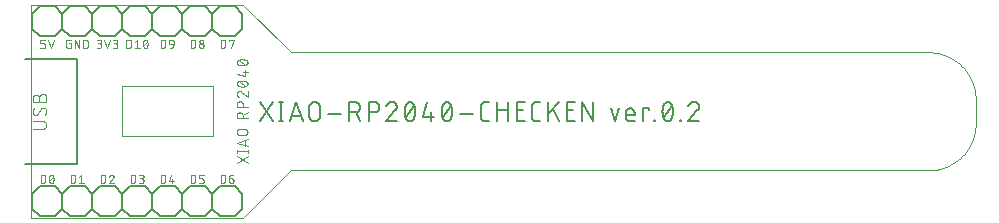
<source format=gto>
G04 EAGLE Gerber RS-274X export*
G75*
%MOMM*%
%FSLAX34Y34*%
%LPD*%
%INSilk top*%
%IPPOS*%
%AMOC8*
5,1,8,0,0,1.08239X$1,22.5*%
G01*
%ADD10C,0.000000*%
%ADD11C,0.152400*%
%ADD12C,0.076200*%
%ADD13C,0.050800*%
%ADD14C,0.127000*%
%ADD15C,0.101600*%


D10*
X0Y0D02*
X180000Y0D01*
X220000Y40000D02*
X760000Y40000D01*
X760967Y40012D01*
X761933Y40047D01*
X762897Y40105D01*
X763861Y40187D01*
X764821Y40292D01*
X765780Y40420D01*
X766734Y40571D01*
X767685Y40745D01*
X768631Y40942D01*
X769573Y41162D01*
X770508Y41405D01*
X771438Y41670D01*
X772361Y41958D01*
X773276Y42268D01*
X774184Y42599D01*
X775084Y42953D01*
X775975Y43328D01*
X776856Y43725D01*
X777728Y44143D01*
X778589Y44582D01*
X779439Y45041D01*
X780278Y45521D01*
X781106Y46021D01*
X781921Y46541D01*
X782723Y47081D01*
X783511Y47639D01*
X784287Y48217D01*
X785047Y48813D01*
X785794Y49427D01*
X786525Y50060D01*
X787241Y50709D01*
X787940Y51376D01*
X788624Y52060D01*
X789291Y52759D01*
X789940Y53475D01*
X790573Y54206D01*
X791187Y54953D01*
X791783Y55713D01*
X792361Y56489D01*
X792919Y57277D01*
X793459Y58079D01*
X793979Y58894D01*
X794479Y59722D01*
X794959Y60561D01*
X795418Y61411D01*
X795857Y62272D01*
X796275Y63144D01*
X796672Y64025D01*
X797047Y64916D01*
X797401Y65816D01*
X797732Y66724D01*
X798042Y67639D01*
X798330Y68562D01*
X798595Y69492D01*
X798838Y70427D01*
X799058Y71369D01*
X799255Y72315D01*
X799429Y73266D01*
X799580Y74220D01*
X799708Y75179D01*
X799813Y76139D01*
X799895Y77103D01*
X799953Y78067D01*
X799988Y79033D01*
X800000Y80000D01*
X800000Y100000D01*
X799988Y100967D01*
X799953Y101933D01*
X799895Y102897D01*
X799813Y103861D01*
X799708Y104821D01*
X799580Y105780D01*
X799429Y106734D01*
X799255Y107685D01*
X799058Y108631D01*
X798838Y109573D01*
X798595Y110508D01*
X798330Y111438D01*
X798042Y112361D01*
X797732Y113276D01*
X797401Y114184D01*
X797047Y115084D01*
X796672Y115975D01*
X796275Y116856D01*
X795857Y117728D01*
X795418Y118589D01*
X794959Y119439D01*
X794479Y120278D01*
X793979Y121106D01*
X793459Y121921D01*
X792919Y122723D01*
X792361Y123511D01*
X791783Y124287D01*
X791187Y125047D01*
X790573Y125794D01*
X789940Y126525D01*
X789291Y127241D01*
X788624Y127940D01*
X787940Y128624D01*
X787241Y129291D01*
X786525Y129940D01*
X785794Y130573D01*
X785047Y131187D01*
X784287Y131783D01*
X783511Y132361D01*
X782723Y132919D01*
X781921Y133459D01*
X781106Y133979D01*
X780278Y134479D01*
X779439Y134959D01*
X778589Y135418D01*
X777728Y135857D01*
X776856Y136275D01*
X775975Y136672D01*
X775084Y137047D01*
X774184Y137401D01*
X773276Y137732D01*
X772361Y138042D01*
X771438Y138330D01*
X770508Y138595D01*
X769573Y138838D01*
X768631Y139058D01*
X767685Y139255D01*
X766734Y139429D01*
X765780Y139580D01*
X764821Y139708D01*
X763861Y139813D01*
X762897Y139895D01*
X761933Y139953D01*
X760967Y139988D01*
X760000Y140000D01*
X220000Y140000D01*
X180000Y180000D02*
X0Y180000D01*
X0Y0D01*
X180000Y180000D02*
X220000Y140000D01*
X220000Y40000D02*
X180000Y0D01*
D11*
X194232Y81872D02*
X205069Y98128D01*
X194232Y98128D02*
X205069Y81872D01*
X212155Y81872D02*
X212155Y98128D01*
X210349Y81872D02*
X213962Y81872D01*
X213962Y98128D02*
X210349Y98128D01*
X224660Y98128D02*
X219242Y81872D01*
X230079Y81872D02*
X224660Y98128D01*
X228724Y85936D02*
X220596Y85936D01*
X235776Y86388D02*
X235776Y93612D01*
X235778Y93745D01*
X235784Y93877D01*
X235794Y94009D01*
X235807Y94141D01*
X235825Y94273D01*
X235846Y94403D01*
X235871Y94534D01*
X235900Y94663D01*
X235933Y94791D01*
X235969Y94919D01*
X236009Y95045D01*
X236053Y95170D01*
X236101Y95294D01*
X236152Y95416D01*
X236207Y95537D01*
X236265Y95656D01*
X236327Y95774D01*
X236392Y95889D01*
X236461Y96003D01*
X236532Y96114D01*
X236608Y96223D01*
X236686Y96330D01*
X236767Y96435D01*
X236852Y96537D01*
X236939Y96637D01*
X237029Y96734D01*
X237122Y96829D01*
X237218Y96920D01*
X237316Y97009D01*
X237417Y97095D01*
X237521Y97178D01*
X237627Y97258D01*
X237735Y97334D01*
X237845Y97408D01*
X237958Y97478D01*
X238072Y97545D01*
X238189Y97608D01*
X238307Y97668D01*
X238427Y97725D01*
X238549Y97778D01*
X238672Y97827D01*
X238796Y97873D01*
X238922Y97915D01*
X239049Y97953D01*
X239177Y97988D01*
X239306Y98019D01*
X239435Y98046D01*
X239566Y98069D01*
X239697Y98089D01*
X239829Y98104D01*
X239961Y98116D01*
X240093Y98124D01*
X240226Y98128D01*
X240358Y98128D01*
X240491Y98124D01*
X240623Y98116D01*
X240755Y98104D01*
X240887Y98089D01*
X241018Y98069D01*
X241149Y98046D01*
X241278Y98019D01*
X241407Y97988D01*
X241535Y97953D01*
X241662Y97915D01*
X241788Y97873D01*
X241912Y97827D01*
X242035Y97778D01*
X242157Y97725D01*
X242277Y97668D01*
X242395Y97608D01*
X242512Y97545D01*
X242626Y97478D01*
X242739Y97408D01*
X242849Y97334D01*
X242957Y97258D01*
X243063Y97178D01*
X243167Y97095D01*
X243268Y97009D01*
X243366Y96920D01*
X243462Y96829D01*
X243555Y96734D01*
X243645Y96637D01*
X243732Y96537D01*
X243817Y96435D01*
X243898Y96330D01*
X243976Y96223D01*
X244052Y96114D01*
X244123Y96003D01*
X244192Y95889D01*
X244257Y95774D01*
X244319Y95656D01*
X244377Y95537D01*
X244432Y95416D01*
X244483Y95294D01*
X244531Y95170D01*
X244575Y95045D01*
X244615Y94919D01*
X244651Y94791D01*
X244684Y94663D01*
X244713Y94534D01*
X244738Y94403D01*
X244759Y94273D01*
X244777Y94141D01*
X244790Y94009D01*
X244800Y93877D01*
X244806Y93745D01*
X244808Y93612D01*
X244807Y93612D02*
X244807Y86388D01*
X244808Y86388D02*
X244806Y86255D01*
X244800Y86123D01*
X244790Y85991D01*
X244777Y85859D01*
X244759Y85727D01*
X244738Y85597D01*
X244713Y85466D01*
X244684Y85337D01*
X244651Y85209D01*
X244615Y85081D01*
X244575Y84955D01*
X244531Y84830D01*
X244483Y84706D01*
X244432Y84584D01*
X244377Y84463D01*
X244319Y84344D01*
X244257Y84226D01*
X244192Y84111D01*
X244123Y83997D01*
X244052Y83886D01*
X243976Y83777D01*
X243898Y83670D01*
X243817Y83565D01*
X243732Y83463D01*
X243645Y83363D01*
X243555Y83266D01*
X243462Y83171D01*
X243366Y83080D01*
X243268Y82991D01*
X243167Y82905D01*
X243063Y82822D01*
X242957Y82742D01*
X242849Y82666D01*
X242739Y82592D01*
X242626Y82522D01*
X242512Y82455D01*
X242395Y82392D01*
X242277Y82332D01*
X242157Y82275D01*
X242035Y82222D01*
X241912Y82173D01*
X241788Y82127D01*
X241662Y82085D01*
X241535Y82047D01*
X241407Y82012D01*
X241278Y81981D01*
X241149Y81954D01*
X241018Y81931D01*
X240887Y81911D01*
X240755Y81896D01*
X240623Y81884D01*
X240491Y81876D01*
X240358Y81872D01*
X240226Y81872D01*
X240093Y81876D01*
X239961Y81884D01*
X239829Y81896D01*
X239697Y81911D01*
X239566Y81931D01*
X239435Y81954D01*
X239306Y81981D01*
X239177Y82012D01*
X239049Y82047D01*
X238922Y82085D01*
X238796Y82127D01*
X238672Y82173D01*
X238549Y82222D01*
X238427Y82275D01*
X238307Y82332D01*
X238189Y82392D01*
X238072Y82455D01*
X237958Y82522D01*
X237845Y82592D01*
X237735Y82666D01*
X237627Y82742D01*
X237521Y82822D01*
X237417Y82905D01*
X237316Y82991D01*
X237218Y83080D01*
X237122Y83171D01*
X237029Y83266D01*
X236939Y83363D01*
X236852Y83463D01*
X236767Y83565D01*
X236686Y83670D01*
X236608Y83777D01*
X236532Y83886D01*
X236461Y83997D01*
X236392Y84111D01*
X236327Y84226D01*
X236265Y84344D01*
X236207Y84463D01*
X236152Y84584D01*
X236101Y84706D01*
X236053Y84830D01*
X236009Y84955D01*
X235969Y85081D01*
X235933Y85209D01*
X235900Y85337D01*
X235871Y85466D01*
X235846Y85597D01*
X235825Y85727D01*
X235807Y85859D01*
X235794Y85991D01*
X235784Y86123D01*
X235778Y86255D01*
X235776Y86388D01*
X251546Y88194D02*
X262384Y88194D01*
X269735Y81872D02*
X269735Y98128D01*
X274251Y98128D01*
X274384Y98126D01*
X274516Y98120D01*
X274648Y98110D01*
X274780Y98097D01*
X274912Y98079D01*
X275042Y98058D01*
X275173Y98033D01*
X275302Y98004D01*
X275430Y97971D01*
X275558Y97935D01*
X275684Y97895D01*
X275809Y97851D01*
X275933Y97803D01*
X276055Y97752D01*
X276176Y97697D01*
X276295Y97639D01*
X276413Y97577D01*
X276528Y97512D01*
X276642Y97443D01*
X276753Y97372D01*
X276862Y97296D01*
X276969Y97218D01*
X277074Y97137D01*
X277176Y97052D01*
X277276Y96965D01*
X277373Y96875D01*
X277468Y96782D01*
X277559Y96686D01*
X277648Y96588D01*
X277734Y96487D01*
X277817Y96383D01*
X277897Y96277D01*
X277973Y96169D01*
X278047Y96059D01*
X278117Y95946D01*
X278184Y95832D01*
X278247Y95715D01*
X278307Y95597D01*
X278364Y95477D01*
X278417Y95355D01*
X278466Y95232D01*
X278512Y95108D01*
X278554Y94982D01*
X278592Y94855D01*
X278627Y94727D01*
X278658Y94598D01*
X278685Y94469D01*
X278708Y94338D01*
X278728Y94207D01*
X278743Y94075D01*
X278755Y93943D01*
X278763Y93811D01*
X278767Y93678D01*
X278767Y93546D01*
X278763Y93413D01*
X278755Y93281D01*
X278743Y93149D01*
X278728Y93017D01*
X278708Y92886D01*
X278685Y92755D01*
X278658Y92626D01*
X278627Y92497D01*
X278592Y92369D01*
X278554Y92242D01*
X278512Y92116D01*
X278466Y91992D01*
X278417Y91869D01*
X278364Y91747D01*
X278307Y91627D01*
X278247Y91509D01*
X278184Y91392D01*
X278117Y91278D01*
X278047Y91165D01*
X277973Y91055D01*
X277897Y90947D01*
X277817Y90841D01*
X277734Y90737D01*
X277648Y90636D01*
X277559Y90538D01*
X277468Y90442D01*
X277373Y90349D01*
X277276Y90259D01*
X277176Y90172D01*
X277074Y90087D01*
X276969Y90006D01*
X276862Y89928D01*
X276753Y89852D01*
X276642Y89781D01*
X276528Y89712D01*
X276413Y89647D01*
X276295Y89585D01*
X276176Y89527D01*
X276055Y89472D01*
X275933Y89421D01*
X275809Y89373D01*
X275684Y89329D01*
X275558Y89289D01*
X275430Y89253D01*
X275302Y89220D01*
X275173Y89191D01*
X275042Y89166D01*
X274912Y89145D01*
X274780Y89127D01*
X274648Y89114D01*
X274516Y89104D01*
X274384Y89098D01*
X274251Y89096D01*
X274251Y89097D02*
X269735Y89097D01*
X275154Y89097D02*
X278766Y81872D01*
X286007Y81872D02*
X286007Y98128D01*
X290523Y98128D01*
X290656Y98126D01*
X290788Y98120D01*
X290920Y98110D01*
X291052Y98097D01*
X291184Y98079D01*
X291314Y98058D01*
X291445Y98033D01*
X291574Y98004D01*
X291702Y97971D01*
X291830Y97935D01*
X291956Y97895D01*
X292081Y97851D01*
X292205Y97803D01*
X292327Y97752D01*
X292448Y97697D01*
X292567Y97639D01*
X292685Y97577D01*
X292800Y97512D01*
X292914Y97443D01*
X293025Y97372D01*
X293134Y97296D01*
X293241Y97218D01*
X293346Y97137D01*
X293448Y97052D01*
X293548Y96965D01*
X293645Y96875D01*
X293740Y96782D01*
X293831Y96686D01*
X293920Y96588D01*
X294006Y96487D01*
X294089Y96383D01*
X294169Y96277D01*
X294245Y96169D01*
X294319Y96059D01*
X294389Y95946D01*
X294456Y95832D01*
X294519Y95715D01*
X294579Y95597D01*
X294636Y95477D01*
X294689Y95355D01*
X294738Y95232D01*
X294784Y95108D01*
X294826Y94982D01*
X294864Y94855D01*
X294899Y94727D01*
X294930Y94598D01*
X294957Y94469D01*
X294980Y94338D01*
X295000Y94207D01*
X295015Y94075D01*
X295027Y93943D01*
X295035Y93811D01*
X295039Y93678D01*
X295039Y93546D01*
X295035Y93413D01*
X295027Y93281D01*
X295015Y93149D01*
X295000Y93017D01*
X294980Y92886D01*
X294957Y92755D01*
X294930Y92626D01*
X294899Y92497D01*
X294864Y92369D01*
X294826Y92242D01*
X294784Y92116D01*
X294738Y91992D01*
X294689Y91869D01*
X294636Y91747D01*
X294579Y91627D01*
X294519Y91509D01*
X294456Y91392D01*
X294389Y91278D01*
X294319Y91165D01*
X294245Y91055D01*
X294169Y90947D01*
X294089Y90841D01*
X294006Y90737D01*
X293920Y90636D01*
X293831Y90538D01*
X293740Y90442D01*
X293645Y90349D01*
X293548Y90259D01*
X293448Y90172D01*
X293346Y90087D01*
X293241Y90006D01*
X293134Y89928D01*
X293025Y89852D01*
X292914Y89781D01*
X292800Y89712D01*
X292685Y89647D01*
X292567Y89585D01*
X292448Y89527D01*
X292327Y89472D01*
X292205Y89421D01*
X292081Y89373D01*
X291956Y89329D01*
X291830Y89289D01*
X291702Y89253D01*
X291574Y89220D01*
X291445Y89191D01*
X291314Y89166D01*
X291184Y89145D01*
X291052Y89127D01*
X290920Y89114D01*
X290788Y89104D01*
X290656Y89098D01*
X290523Y89096D01*
X290523Y89097D02*
X286007Y89097D01*
X305873Y98128D02*
X305998Y98126D01*
X306123Y98120D01*
X306248Y98111D01*
X306372Y98097D01*
X306496Y98080D01*
X306620Y98059D01*
X306742Y98034D01*
X306864Y98005D01*
X306985Y97973D01*
X307105Y97937D01*
X307224Y97897D01*
X307341Y97854D01*
X307457Y97807D01*
X307572Y97756D01*
X307684Y97702D01*
X307796Y97644D01*
X307905Y97584D01*
X308012Y97519D01*
X308118Y97452D01*
X308221Y97381D01*
X308322Y97307D01*
X308421Y97230D01*
X308517Y97150D01*
X308611Y97067D01*
X308702Y96982D01*
X308791Y96893D01*
X308876Y96802D01*
X308959Y96708D01*
X309039Y96612D01*
X309116Y96513D01*
X309190Y96412D01*
X309261Y96309D01*
X309328Y96203D01*
X309393Y96096D01*
X309453Y95987D01*
X309511Y95875D01*
X309565Y95763D01*
X309616Y95648D01*
X309663Y95532D01*
X309706Y95415D01*
X309746Y95296D01*
X309782Y95176D01*
X309814Y95055D01*
X309843Y94933D01*
X309868Y94811D01*
X309889Y94687D01*
X309906Y94563D01*
X309920Y94439D01*
X309929Y94314D01*
X309935Y94189D01*
X309937Y94064D01*
X305873Y98128D02*
X305730Y98126D01*
X305588Y98120D01*
X305445Y98110D01*
X305303Y98097D01*
X305162Y98079D01*
X305020Y98058D01*
X304880Y98033D01*
X304740Y98004D01*
X304601Y97971D01*
X304463Y97934D01*
X304326Y97894D01*
X304191Y97850D01*
X304056Y97802D01*
X303923Y97750D01*
X303791Y97695D01*
X303661Y97636D01*
X303533Y97574D01*
X303406Y97508D01*
X303281Y97439D01*
X303158Y97367D01*
X303038Y97291D01*
X302919Y97212D01*
X302802Y97129D01*
X302688Y97044D01*
X302576Y96955D01*
X302467Y96864D01*
X302360Y96769D01*
X302255Y96672D01*
X302154Y96571D01*
X302055Y96468D01*
X301959Y96363D01*
X301866Y96254D01*
X301776Y96143D01*
X301689Y96030D01*
X301605Y95915D01*
X301525Y95797D01*
X301447Y95677D01*
X301373Y95555D01*
X301303Y95431D01*
X301235Y95305D01*
X301172Y95177D01*
X301111Y95048D01*
X301054Y94917D01*
X301001Y94785D01*
X300952Y94651D01*
X300906Y94516D01*
X308582Y90903D02*
X308676Y90995D01*
X308766Y91089D01*
X308854Y91186D01*
X308939Y91286D01*
X309021Y91388D01*
X309100Y91493D01*
X309175Y91600D01*
X309247Y91709D01*
X309316Y91820D01*
X309382Y91934D01*
X309444Y92049D01*
X309503Y92166D01*
X309558Y92285D01*
X309609Y92405D01*
X309657Y92527D01*
X309702Y92650D01*
X309742Y92774D01*
X309779Y92900D01*
X309812Y93027D01*
X309841Y93154D01*
X309867Y93283D01*
X309888Y93412D01*
X309906Y93542D01*
X309919Y93672D01*
X309929Y93802D01*
X309935Y93933D01*
X309937Y94064D01*
X308583Y90903D02*
X300906Y81872D01*
X309937Y81872D01*
X316538Y90000D02*
X316542Y90320D01*
X316553Y90639D01*
X316572Y90959D01*
X316599Y91277D01*
X316633Y91595D01*
X316675Y91912D01*
X316725Y92228D01*
X316782Y92543D01*
X316846Y92856D01*
X316918Y93168D01*
X316997Y93478D01*
X317084Y93785D01*
X317178Y94091D01*
X317279Y94394D01*
X317388Y94695D01*
X317503Y94993D01*
X317626Y95289D01*
X317756Y95581D01*
X317893Y95870D01*
X317892Y95871D02*
X317931Y95979D01*
X317974Y96086D01*
X318020Y96191D01*
X318071Y96295D01*
X318124Y96397D01*
X318181Y96497D01*
X318242Y96595D01*
X318306Y96690D01*
X318373Y96784D01*
X318444Y96875D01*
X318517Y96964D01*
X318594Y97050D01*
X318673Y97133D01*
X318755Y97214D01*
X318840Y97292D01*
X318928Y97366D01*
X319018Y97438D01*
X319110Y97506D01*
X319205Y97572D01*
X319302Y97634D01*
X319401Y97692D01*
X319503Y97748D01*
X319605Y97799D01*
X319710Y97847D01*
X319816Y97892D01*
X319924Y97933D01*
X320033Y97970D01*
X320143Y98003D01*
X320255Y98032D01*
X320367Y98058D01*
X320480Y98080D01*
X320594Y98097D01*
X320708Y98111D01*
X320823Y98121D01*
X320938Y98127D01*
X321053Y98129D01*
X321053Y98128D02*
X321168Y98126D01*
X321283Y98120D01*
X321398Y98110D01*
X321512Y98096D01*
X321626Y98079D01*
X321739Y98057D01*
X321851Y98031D01*
X321963Y98002D01*
X322073Y97969D01*
X322182Y97932D01*
X322290Y97891D01*
X322396Y97846D01*
X322501Y97798D01*
X322603Y97747D01*
X322704Y97691D01*
X322804Y97633D01*
X322901Y97571D01*
X322995Y97506D01*
X323088Y97437D01*
X323178Y97365D01*
X323266Y97291D01*
X323351Y97213D01*
X323433Y97132D01*
X323512Y97049D01*
X323589Y96963D01*
X323662Y96874D01*
X323733Y96783D01*
X323800Y96689D01*
X323864Y96594D01*
X323925Y96496D01*
X323982Y96396D01*
X324035Y96294D01*
X324086Y96190D01*
X324132Y96085D01*
X324175Y95978D01*
X324214Y95870D01*
X324213Y95870D02*
X324350Y95581D01*
X324480Y95289D01*
X324603Y94993D01*
X324718Y94695D01*
X324827Y94394D01*
X324928Y94091D01*
X325022Y93785D01*
X325109Y93478D01*
X325188Y93168D01*
X325260Y92856D01*
X325324Y92543D01*
X325381Y92228D01*
X325431Y91912D01*
X325473Y91595D01*
X325507Y91277D01*
X325534Y90959D01*
X325553Y90639D01*
X325564Y90320D01*
X325568Y90000D01*
X316538Y90000D02*
X316542Y89680D01*
X316553Y89361D01*
X316572Y89041D01*
X316599Y88723D01*
X316633Y88405D01*
X316675Y88088D01*
X316725Y87772D01*
X316782Y87457D01*
X316846Y87144D01*
X316918Y86832D01*
X316997Y86522D01*
X317084Y86215D01*
X317178Y85909D01*
X317279Y85606D01*
X317388Y85305D01*
X317503Y85007D01*
X317626Y84711D01*
X317756Y84419D01*
X317893Y84130D01*
X317892Y84130D02*
X317931Y84022D01*
X317974Y83915D01*
X318020Y83810D01*
X318071Y83706D01*
X318124Y83604D01*
X318181Y83504D01*
X318242Y83406D01*
X318306Y83311D01*
X318373Y83217D01*
X318444Y83126D01*
X318517Y83037D01*
X318594Y82951D01*
X318673Y82868D01*
X318755Y82787D01*
X318840Y82709D01*
X318928Y82635D01*
X319018Y82563D01*
X319111Y82494D01*
X319205Y82429D01*
X319302Y82367D01*
X319402Y82309D01*
X319503Y82253D01*
X319605Y82202D01*
X319710Y82154D01*
X319816Y82109D01*
X319924Y82068D01*
X320033Y82031D01*
X320143Y81998D01*
X320255Y81969D01*
X320367Y81943D01*
X320480Y81921D01*
X320594Y81904D01*
X320708Y81890D01*
X320823Y81880D01*
X320938Y81874D01*
X321053Y81872D01*
X324213Y84130D02*
X324350Y84419D01*
X324480Y84711D01*
X324603Y85007D01*
X324718Y85305D01*
X324827Y85606D01*
X324928Y85909D01*
X325022Y86215D01*
X325109Y86522D01*
X325188Y86832D01*
X325260Y87144D01*
X325324Y87457D01*
X325381Y87772D01*
X325431Y88088D01*
X325473Y88405D01*
X325507Y88723D01*
X325534Y89041D01*
X325553Y89361D01*
X325564Y89680D01*
X325568Y90000D01*
X324214Y84130D02*
X324175Y84022D01*
X324132Y83915D01*
X324086Y83810D01*
X324035Y83706D01*
X323982Y83604D01*
X323925Y83504D01*
X323864Y83406D01*
X323800Y83311D01*
X323733Y83217D01*
X323662Y83126D01*
X323589Y83037D01*
X323512Y82951D01*
X323433Y82868D01*
X323351Y82787D01*
X323266Y82709D01*
X323178Y82635D01*
X323088Y82563D01*
X322995Y82494D01*
X322901Y82429D01*
X322804Y82367D01*
X322704Y82309D01*
X322603Y82253D01*
X322500Y82202D01*
X322396Y82154D01*
X322290Y82109D01*
X322182Y82068D01*
X322073Y82031D01*
X321963Y81998D01*
X321851Y81969D01*
X321739Y81943D01*
X321626Y81921D01*
X321512Y81904D01*
X321398Y81890D01*
X321283Y81880D01*
X321168Y81874D01*
X321053Y81872D01*
X317441Y85484D02*
X324665Y94516D01*
X335781Y98128D02*
X332169Y85484D01*
X341200Y85484D01*
X338490Y81872D02*
X338490Y89097D01*
X347800Y90000D02*
X347804Y90320D01*
X347815Y90639D01*
X347834Y90959D01*
X347861Y91277D01*
X347895Y91595D01*
X347937Y91912D01*
X347987Y92228D01*
X348044Y92543D01*
X348108Y92856D01*
X348180Y93168D01*
X348259Y93478D01*
X348346Y93785D01*
X348440Y94091D01*
X348541Y94394D01*
X348650Y94695D01*
X348765Y94993D01*
X348888Y95289D01*
X349018Y95581D01*
X349155Y95870D01*
X349154Y95871D02*
X349193Y95979D01*
X349236Y96086D01*
X349282Y96191D01*
X349333Y96295D01*
X349386Y96397D01*
X349443Y96497D01*
X349504Y96595D01*
X349568Y96690D01*
X349635Y96784D01*
X349706Y96875D01*
X349779Y96964D01*
X349856Y97050D01*
X349935Y97133D01*
X350017Y97214D01*
X350102Y97292D01*
X350190Y97366D01*
X350280Y97438D01*
X350372Y97506D01*
X350467Y97572D01*
X350564Y97634D01*
X350663Y97692D01*
X350765Y97748D01*
X350867Y97799D01*
X350972Y97847D01*
X351078Y97892D01*
X351186Y97933D01*
X351295Y97970D01*
X351405Y98003D01*
X351517Y98032D01*
X351629Y98058D01*
X351742Y98080D01*
X351856Y98097D01*
X351970Y98111D01*
X352085Y98121D01*
X352200Y98127D01*
X352315Y98129D01*
X352315Y98128D02*
X352430Y98126D01*
X352545Y98120D01*
X352660Y98110D01*
X352774Y98096D01*
X352888Y98079D01*
X353001Y98057D01*
X353113Y98031D01*
X353225Y98002D01*
X353335Y97969D01*
X353444Y97932D01*
X353552Y97891D01*
X353658Y97846D01*
X353763Y97798D01*
X353865Y97747D01*
X353966Y97691D01*
X354066Y97633D01*
X354163Y97571D01*
X354257Y97506D01*
X354350Y97437D01*
X354440Y97365D01*
X354528Y97291D01*
X354613Y97213D01*
X354695Y97132D01*
X354774Y97049D01*
X354851Y96963D01*
X354924Y96874D01*
X354995Y96783D01*
X355062Y96689D01*
X355126Y96594D01*
X355187Y96496D01*
X355244Y96396D01*
X355297Y96294D01*
X355348Y96190D01*
X355394Y96085D01*
X355437Y95978D01*
X355476Y95870D01*
X355613Y95581D01*
X355743Y95289D01*
X355866Y94993D01*
X355981Y94695D01*
X356090Y94394D01*
X356191Y94091D01*
X356285Y93785D01*
X356372Y93478D01*
X356451Y93168D01*
X356523Y92856D01*
X356587Y92543D01*
X356644Y92228D01*
X356694Y91912D01*
X356736Y91595D01*
X356770Y91277D01*
X356797Y90959D01*
X356816Y90639D01*
X356827Y90320D01*
X356831Y90000D01*
X347800Y90000D02*
X347804Y89680D01*
X347815Y89361D01*
X347834Y89041D01*
X347861Y88723D01*
X347895Y88405D01*
X347937Y88088D01*
X347987Y87772D01*
X348044Y87457D01*
X348108Y87144D01*
X348180Y86832D01*
X348259Y86522D01*
X348346Y86215D01*
X348440Y85909D01*
X348541Y85606D01*
X348650Y85305D01*
X348765Y85007D01*
X348888Y84711D01*
X349018Y84419D01*
X349155Y84130D01*
X349154Y84130D02*
X349193Y84022D01*
X349236Y83915D01*
X349282Y83810D01*
X349333Y83706D01*
X349386Y83604D01*
X349443Y83504D01*
X349504Y83406D01*
X349568Y83311D01*
X349635Y83217D01*
X349706Y83126D01*
X349779Y83037D01*
X349856Y82951D01*
X349935Y82868D01*
X350017Y82787D01*
X350102Y82709D01*
X350190Y82635D01*
X350280Y82563D01*
X350373Y82494D01*
X350467Y82429D01*
X350564Y82367D01*
X350664Y82309D01*
X350765Y82253D01*
X350867Y82202D01*
X350972Y82154D01*
X351078Y82109D01*
X351186Y82068D01*
X351295Y82031D01*
X351405Y81998D01*
X351517Y81969D01*
X351629Y81943D01*
X351742Y81921D01*
X351856Y81904D01*
X351970Y81890D01*
X352085Y81880D01*
X352200Y81874D01*
X352315Y81872D01*
X355476Y84130D02*
X355613Y84419D01*
X355743Y84711D01*
X355866Y85007D01*
X355981Y85305D01*
X356090Y85606D01*
X356191Y85909D01*
X356285Y86215D01*
X356372Y86522D01*
X356451Y86832D01*
X356523Y87144D01*
X356587Y87457D01*
X356644Y87772D01*
X356694Y88088D01*
X356736Y88405D01*
X356770Y88723D01*
X356797Y89041D01*
X356816Y89361D01*
X356827Y89680D01*
X356831Y90000D01*
X355476Y84130D02*
X355437Y84022D01*
X355394Y83915D01*
X355348Y83810D01*
X355297Y83706D01*
X355244Y83604D01*
X355187Y83504D01*
X355126Y83406D01*
X355062Y83311D01*
X354995Y83217D01*
X354924Y83126D01*
X354851Y83037D01*
X354774Y82951D01*
X354695Y82868D01*
X354613Y82787D01*
X354528Y82709D01*
X354440Y82635D01*
X354350Y82563D01*
X354257Y82494D01*
X354163Y82429D01*
X354066Y82367D01*
X353966Y82309D01*
X353865Y82253D01*
X353762Y82202D01*
X353658Y82154D01*
X353552Y82109D01*
X353444Y82068D01*
X353335Y82031D01*
X353225Y81998D01*
X353113Y81969D01*
X353001Y81943D01*
X352888Y81921D01*
X352774Y81904D01*
X352660Y81890D01*
X352545Y81880D01*
X352430Y81874D01*
X352315Y81872D01*
X348703Y85484D02*
X355928Y94516D01*
X363570Y88194D02*
X374407Y88194D01*
X384719Y81872D02*
X388332Y81872D01*
X384719Y81872D02*
X384601Y81874D01*
X384483Y81880D01*
X384365Y81889D01*
X384248Y81903D01*
X384131Y81920D01*
X384014Y81941D01*
X383899Y81966D01*
X383784Y81995D01*
X383670Y82028D01*
X383558Y82064D01*
X383447Y82104D01*
X383337Y82147D01*
X383228Y82194D01*
X383121Y82244D01*
X383016Y82299D01*
X382913Y82356D01*
X382812Y82417D01*
X382712Y82481D01*
X382615Y82548D01*
X382520Y82618D01*
X382428Y82692D01*
X382337Y82768D01*
X382250Y82848D01*
X382165Y82930D01*
X382083Y83015D01*
X382003Y83102D01*
X381927Y83193D01*
X381853Y83285D01*
X381783Y83380D01*
X381716Y83477D01*
X381652Y83577D01*
X381591Y83678D01*
X381534Y83781D01*
X381479Y83886D01*
X381429Y83993D01*
X381382Y84102D01*
X381339Y84212D01*
X381299Y84323D01*
X381263Y84435D01*
X381230Y84549D01*
X381201Y84664D01*
X381176Y84779D01*
X381155Y84896D01*
X381138Y85013D01*
X381124Y85130D01*
X381115Y85248D01*
X381109Y85366D01*
X381107Y85484D01*
X381107Y94516D01*
X381109Y94634D01*
X381115Y94752D01*
X381124Y94870D01*
X381138Y94987D01*
X381155Y95104D01*
X381176Y95221D01*
X381201Y95336D01*
X381230Y95451D01*
X381263Y95565D01*
X381299Y95677D01*
X381339Y95788D01*
X381382Y95898D01*
X381429Y96007D01*
X381479Y96114D01*
X381533Y96219D01*
X381591Y96322D01*
X381652Y96423D01*
X381716Y96523D01*
X381783Y96620D01*
X381853Y96715D01*
X381927Y96807D01*
X382003Y96898D01*
X382083Y96985D01*
X382165Y97070D01*
X382250Y97152D01*
X382337Y97232D01*
X382428Y97308D01*
X382520Y97382D01*
X382615Y97452D01*
X382712Y97519D01*
X382812Y97583D01*
X382913Y97644D01*
X383016Y97701D01*
X383121Y97755D01*
X383228Y97806D01*
X383337Y97853D01*
X383447Y97896D01*
X383558Y97936D01*
X383670Y97972D01*
X383784Y98005D01*
X383899Y98034D01*
X384014Y98059D01*
X384131Y98080D01*
X384248Y98097D01*
X384365Y98111D01*
X384483Y98120D01*
X384601Y98126D01*
X384719Y98128D01*
X388332Y98128D01*
X394694Y98128D02*
X394694Y81872D01*
X394694Y90903D02*
X403725Y90903D01*
X403725Y98128D02*
X403725Y81872D01*
X411397Y81872D02*
X418622Y81872D01*
X411397Y81872D02*
X411397Y98128D01*
X418622Y98128D01*
X416815Y90903D02*
X411397Y90903D01*
X427966Y81872D02*
X431578Y81872D01*
X427966Y81872D02*
X427848Y81874D01*
X427730Y81880D01*
X427612Y81889D01*
X427495Y81903D01*
X427378Y81920D01*
X427261Y81941D01*
X427146Y81966D01*
X427031Y81995D01*
X426917Y82028D01*
X426805Y82064D01*
X426694Y82104D01*
X426584Y82147D01*
X426475Y82194D01*
X426368Y82244D01*
X426263Y82299D01*
X426160Y82356D01*
X426059Y82417D01*
X425959Y82481D01*
X425862Y82548D01*
X425767Y82618D01*
X425675Y82692D01*
X425584Y82768D01*
X425497Y82848D01*
X425412Y82930D01*
X425330Y83015D01*
X425250Y83102D01*
X425174Y83193D01*
X425100Y83285D01*
X425030Y83380D01*
X424963Y83477D01*
X424899Y83577D01*
X424838Y83678D01*
X424781Y83781D01*
X424726Y83886D01*
X424676Y83993D01*
X424629Y84102D01*
X424586Y84212D01*
X424546Y84323D01*
X424510Y84435D01*
X424477Y84549D01*
X424448Y84664D01*
X424423Y84779D01*
X424402Y84896D01*
X424385Y85013D01*
X424371Y85130D01*
X424362Y85248D01*
X424356Y85366D01*
X424354Y85484D01*
X424353Y85484D02*
X424353Y94516D01*
X424354Y94516D02*
X424356Y94634D01*
X424362Y94752D01*
X424371Y94870D01*
X424385Y94987D01*
X424402Y95104D01*
X424423Y95221D01*
X424448Y95336D01*
X424477Y95451D01*
X424510Y95565D01*
X424546Y95677D01*
X424586Y95788D01*
X424629Y95898D01*
X424676Y96007D01*
X424726Y96114D01*
X424780Y96219D01*
X424838Y96322D01*
X424899Y96423D01*
X424963Y96523D01*
X425030Y96620D01*
X425100Y96715D01*
X425174Y96807D01*
X425250Y96898D01*
X425330Y96985D01*
X425412Y97070D01*
X425497Y97152D01*
X425584Y97232D01*
X425675Y97308D01*
X425767Y97382D01*
X425862Y97452D01*
X425959Y97519D01*
X426059Y97583D01*
X426160Y97644D01*
X426263Y97701D01*
X426368Y97755D01*
X426475Y97806D01*
X426584Y97853D01*
X426694Y97896D01*
X426805Y97936D01*
X426917Y97972D01*
X427031Y98005D01*
X427146Y98034D01*
X427261Y98059D01*
X427378Y98080D01*
X427495Y98097D01*
X427612Y98111D01*
X427730Y98120D01*
X427848Y98126D01*
X427966Y98128D01*
X431578Y98128D01*
X438151Y98128D02*
X438151Y81872D01*
X438151Y88194D02*
X447182Y98128D01*
X441763Y91806D02*
X447182Y81872D01*
X453601Y81872D02*
X460826Y81872D01*
X453601Y81872D02*
X453601Y98128D01*
X460826Y98128D01*
X459020Y90903D02*
X453601Y90903D01*
X467118Y98128D02*
X467118Y81872D01*
X476149Y81872D02*
X467118Y98128D01*
X476149Y98128D02*
X476149Y81872D01*
X490947Y92709D02*
X494560Y81872D01*
X498172Y92709D01*
X506682Y81872D02*
X511198Y81872D01*
X506682Y81872D02*
X506581Y81874D01*
X506480Y81880D01*
X506379Y81889D01*
X506278Y81902D01*
X506178Y81919D01*
X506079Y81940D01*
X505981Y81964D01*
X505884Y81992D01*
X505787Y82024D01*
X505692Y82059D01*
X505599Y82098D01*
X505507Y82140D01*
X505416Y82186D01*
X505328Y82235D01*
X505241Y82287D01*
X505156Y82343D01*
X505073Y82401D01*
X504993Y82463D01*
X504915Y82528D01*
X504839Y82595D01*
X504766Y82665D01*
X504696Y82738D01*
X504629Y82814D01*
X504564Y82892D01*
X504502Y82972D01*
X504444Y83055D01*
X504388Y83140D01*
X504336Y83227D01*
X504287Y83315D01*
X504241Y83406D01*
X504199Y83498D01*
X504160Y83591D01*
X504125Y83686D01*
X504093Y83783D01*
X504065Y83880D01*
X504041Y83978D01*
X504020Y84077D01*
X504003Y84177D01*
X503990Y84278D01*
X503981Y84379D01*
X503975Y84480D01*
X503973Y84581D01*
X503973Y89097D01*
X503974Y89097D02*
X503976Y89216D01*
X503982Y89336D01*
X503992Y89455D01*
X504006Y89573D01*
X504023Y89692D01*
X504045Y89809D01*
X504070Y89926D01*
X504100Y90041D01*
X504133Y90156D01*
X504170Y90270D01*
X504210Y90382D01*
X504255Y90493D01*
X504303Y90602D01*
X504354Y90710D01*
X504409Y90816D01*
X504468Y90920D01*
X504530Y91022D01*
X504595Y91122D01*
X504664Y91220D01*
X504736Y91316D01*
X504811Y91409D01*
X504888Y91499D01*
X504969Y91587D01*
X505053Y91672D01*
X505140Y91754D01*
X505229Y91834D01*
X505321Y91910D01*
X505415Y91984D01*
X505512Y92054D01*
X505610Y92121D01*
X505711Y92185D01*
X505815Y92245D01*
X505920Y92302D01*
X506027Y92355D01*
X506135Y92405D01*
X506245Y92451D01*
X506357Y92493D01*
X506470Y92532D01*
X506584Y92567D01*
X506699Y92598D01*
X506816Y92626D01*
X506933Y92649D01*
X507050Y92669D01*
X507169Y92685D01*
X507288Y92697D01*
X507407Y92705D01*
X507526Y92709D01*
X507646Y92709D01*
X507765Y92705D01*
X507884Y92697D01*
X508003Y92685D01*
X508122Y92669D01*
X508239Y92649D01*
X508356Y92626D01*
X508473Y92598D01*
X508588Y92567D01*
X508702Y92532D01*
X508815Y92493D01*
X508927Y92451D01*
X509037Y92405D01*
X509145Y92355D01*
X509252Y92302D01*
X509357Y92245D01*
X509461Y92185D01*
X509562Y92121D01*
X509660Y92054D01*
X509757Y91984D01*
X509851Y91910D01*
X509943Y91834D01*
X510032Y91754D01*
X510119Y91672D01*
X510203Y91587D01*
X510284Y91499D01*
X510361Y91409D01*
X510436Y91316D01*
X510508Y91220D01*
X510577Y91122D01*
X510642Y91022D01*
X510704Y90920D01*
X510763Y90816D01*
X510818Y90710D01*
X510869Y90602D01*
X510917Y90493D01*
X510962Y90382D01*
X511002Y90270D01*
X511039Y90156D01*
X511072Y90041D01*
X511102Y89926D01*
X511127Y89809D01*
X511149Y89692D01*
X511166Y89573D01*
X511180Y89455D01*
X511190Y89336D01*
X511196Y89216D01*
X511198Y89097D01*
X511198Y87291D01*
X503973Y87291D01*
X518126Y81872D02*
X518126Y92709D01*
X523545Y92709D01*
X523545Y90903D01*
X527976Y82775D02*
X527976Y81872D01*
X527976Y82775D02*
X528879Y82775D01*
X528879Y81872D01*
X527976Y81872D01*
X534854Y90000D02*
X534858Y90320D01*
X534869Y90639D01*
X534888Y90959D01*
X534915Y91277D01*
X534949Y91595D01*
X534991Y91912D01*
X535041Y92228D01*
X535098Y92543D01*
X535162Y92856D01*
X535234Y93168D01*
X535313Y93478D01*
X535400Y93785D01*
X535494Y94091D01*
X535595Y94394D01*
X535704Y94695D01*
X535819Y94993D01*
X535942Y95289D01*
X536072Y95581D01*
X536209Y95870D01*
X536208Y95871D02*
X536247Y95979D01*
X536290Y96086D01*
X536336Y96191D01*
X536387Y96295D01*
X536440Y96397D01*
X536497Y96497D01*
X536558Y96595D01*
X536622Y96690D01*
X536689Y96784D01*
X536760Y96875D01*
X536833Y96964D01*
X536910Y97050D01*
X536989Y97133D01*
X537071Y97214D01*
X537156Y97292D01*
X537244Y97366D01*
X537334Y97438D01*
X537426Y97506D01*
X537521Y97572D01*
X537618Y97634D01*
X537717Y97692D01*
X537819Y97748D01*
X537921Y97799D01*
X538026Y97847D01*
X538132Y97892D01*
X538240Y97933D01*
X538349Y97970D01*
X538459Y98003D01*
X538571Y98032D01*
X538683Y98058D01*
X538796Y98080D01*
X538910Y98097D01*
X539024Y98111D01*
X539139Y98121D01*
X539254Y98127D01*
X539369Y98129D01*
X539369Y98128D02*
X539484Y98126D01*
X539599Y98120D01*
X539714Y98110D01*
X539828Y98096D01*
X539942Y98079D01*
X540055Y98057D01*
X540167Y98031D01*
X540279Y98002D01*
X540389Y97969D01*
X540498Y97932D01*
X540606Y97891D01*
X540712Y97846D01*
X540817Y97798D01*
X540919Y97747D01*
X541020Y97691D01*
X541120Y97633D01*
X541217Y97571D01*
X541311Y97506D01*
X541404Y97437D01*
X541494Y97365D01*
X541582Y97291D01*
X541667Y97213D01*
X541749Y97132D01*
X541828Y97049D01*
X541905Y96963D01*
X541978Y96874D01*
X542049Y96783D01*
X542116Y96689D01*
X542180Y96594D01*
X542241Y96496D01*
X542298Y96396D01*
X542351Y96294D01*
X542402Y96190D01*
X542448Y96085D01*
X542491Y95978D01*
X542530Y95870D01*
X542529Y95870D02*
X542666Y95581D01*
X542796Y95289D01*
X542919Y94993D01*
X543034Y94695D01*
X543143Y94394D01*
X543244Y94091D01*
X543338Y93785D01*
X543425Y93478D01*
X543504Y93168D01*
X543576Y92856D01*
X543640Y92543D01*
X543697Y92228D01*
X543747Y91912D01*
X543789Y91595D01*
X543823Y91277D01*
X543850Y90959D01*
X543869Y90639D01*
X543880Y90320D01*
X543884Y90000D01*
X534854Y90000D02*
X534858Y89680D01*
X534869Y89361D01*
X534888Y89041D01*
X534915Y88723D01*
X534949Y88405D01*
X534991Y88088D01*
X535041Y87772D01*
X535098Y87457D01*
X535162Y87144D01*
X535234Y86832D01*
X535313Y86522D01*
X535400Y86215D01*
X535494Y85909D01*
X535595Y85606D01*
X535704Y85305D01*
X535819Y85007D01*
X535942Y84711D01*
X536072Y84419D01*
X536209Y84130D01*
X536208Y84130D02*
X536247Y84022D01*
X536290Y83915D01*
X536336Y83810D01*
X536387Y83706D01*
X536440Y83604D01*
X536497Y83504D01*
X536558Y83406D01*
X536622Y83311D01*
X536689Y83217D01*
X536760Y83126D01*
X536833Y83037D01*
X536910Y82951D01*
X536989Y82868D01*
X537071Y82787D01*
X537156Y82709D01*
X537244Y82635D01*
X537334Y82563D01*
X537427Y82494D01*
X537521Y82429D01*
X537618Y82367D01*
X537718Y82309D01*
X537819Y82253D01*
X537921Y82202D01*
X538026Y82154D01*
X538132Y82109D01*
X538240Y82068D01*
X538349Y82031D01*
X538459Y81998D01*
X538571Y81969D01*
X538683Y81943D01*
X538796Y81921D01*
X538910Y81904D01*
X539024Y81890D01*
X539139Y81880D01*
X539254Y81874D01*
X539369Y81872D01*
X542529Y84130D02*
X542666Y84419D01*
X542796Y84711D01*
X542919Y85007D01*
X543034Y85305D01*
X543143Y85606D01*
X543244Y85909D01*
X543338Y86215D01*
X543425Y86522D01*
X543504Y86832D01*
X543576Y87144D01*
X543640Y87457D01*
X543697Y87772D01*
X543747Y88088D01*
X543789Y88405D01*
X543823Y88723D01*
X543850Y89041D01*
X543869Y89361D01*
X543880Y89680D01*
X543884Y90000D01*
X542530Y84130D02*
X542491Y84022D01*
X542448Y83915D01*
X542402Y83810D01*
X542351Y83706D01*
X542298Y83604D01*
X542241Y83504D01*
X542180Y83406D01*
X542116Y83311D01*
X542049Y83217D01*
X541978Y83126D01*
X541905Y83037D01*
X541828Y82951D01*
X541749Y82868D01*
X541667Y82787D01*
X541582Y82709D01*
X541494Y82635D01*
X541404Y82563D01*
X541311Y82494D01*
X541217Y82429D01*
X541120Y82367D01*
X541020Y82309D01*
X540919Y82253D01*
X540816Y82202D01*
X540712Y82154D01*
X540606Y82109D01*
X540498Y82068D01*
X540389Y82031D01*
X540279Y81998D01*
X540167Y81969D01*
X540055Y81943D01*
X539942Y81921D01*
X539828Y81904D01*
X539714Y81890D01*
X539599Y81880D01*
X539484Y81874D01*
X539369Y81872D01*
X535757Y85484D02*
X542981Y94516D01*
X549859Y82775D02*
X549859Y81872D01*
X549859Y82775D02*
X550762Y82775D01*
X550762Y81872D01*
X549859Y81872D01*
X565768Y94064D02*
X565766Y94189D01*
X565760Y94314D01*
X565751Y94439D01*
X565737Y94563D01*
X565720Y94687D01*
X565699Y94811D01*
X565674Y94933D01*
X565645Y95055D01*
X565613Y95176D01*
X565577Y95296D01*
X565537Y95415D01*
X565494Y95532D01*
X565447Y95648D01*
X565396Y95763D01*
X565342Y95875D01*
X565284Y95987D01*
X565224Y96096D01*
X565159Y96203D01*
X565092Y96309D01*
X565021Y96412D01*
X564947Y96513D01*
X564870Y96612D01*
X564790Y96708D01*
X564707Y96802D01*
X564622Y96893D01*
X564533Y96982D01*
X564442Y97067D01*
X564348Y97150D01*
X564252Y97230D01*
X564153Y97307D01*
X564052Y97381D01*
X563949Y97452D01*
X563843Y97519D01*
X563736Y97584D01*
X563627Y97644D01*
X563515Y97702D01*
X563403Y97756D01*
X563288Y97807D01*
X563172Y97854D01*
X563055Y97897D01*
X562936Y97937D01*
X562816Y97973D01*
X562695Y98005D01*
X562573Y98034D01*
X562451Y98059D01*
X562327Y98080D01*
X562203Y98097D01*
X562079Y98111D01*
X561954Y98120D01*
X561829Y98126D01*
X561704Y98128D01*
X561561Y98126D01*
X561419Y98120D01*
X561276Y98110D01*
X561134Y98097D01*
X560993Y98079D01*
X560851Y98058D01*
X560711Y98033D01*
X560571Y98004D01*
X560432Y97971D01*
X560294Y97934D01*
X560157Y97894D01*
X560022Y97850D01*
X559887Y97802D01*
X559754Y97750D01*
X559622Y97695D01*
X559492Y97636D01*
X559364Y97574D01*
X559237Y97508D01*
X559112Y97439D01*
X558989Y97367D01*
X558869Y97291D01*
X558750Y97212D01*
X558633Y97129D01*
X558519Y97044D01*
X558407Y96955D01*
X558298Y96864D01*
X558191Y96769D01*
X558086Y96672D01*
X557985Y96571D01*
X557886Y96468D01*
X557790Y96363D01*
X557697Y96254D01*
X557607Y96143D01*
X557520Y96030D01*
X557436Y95915D01*
X557356Y95797D01*
X557278Y95677D01*
X557204Y95555D01*
X557134Y95431D01*
X557066Y95305D01*
X557003Y95177D01*
X556942Y95048D01*
X556885Y94917D01*
X556832Y94785D01*
X556783Y94651D01*
X556737Y94516D01*
X564413Y90903D02*
X564507Y90995D01*
X564597Y91089D01*
X564685Y91186D01*
X564770Y91286D01*
X564852Y91388D01*
X564931Y91493D01*
X565006Y91600D01*
X565078Y91709D01*
X565147Y91820D01*
X565213Y91934D01*
X565275Y92049D01*
X565334Y92166D01*
X565389Y92285D01*
X565440Y92405D01*
X565488Y92527D01*
X565533Y92650D01*
X565573Y92774D01*
X565610Y92900D01*
X565643Y93027D01*
X565672Y93154D01*
X565698Y93283D01*
X565719Y93412D01*
X565737Y93542D01*
X565750Y93672D01*
X565760Y93802D01*
X565766Y93933D01*
X565768Y94064D01*
X564414Y90903D02*
X556737Y81872D01*
X565768Y81872D01*
D10*
X154620Y69150D02*
X77620Y69150D01*
X154620Y69150D02*
X154620Y111150D01*
X77620Y111150D01*
X77620Y69150D01*
D11*
X20150Y153500D02*
X7450Y153500D01*
X1100Y159850D01*
X1100Y172550D01*
X7450Y178900D01*
X45550Y153500D02*
X51900Y159850D01*
X45550Y153500D02*
X32850Y153500D01*
X26500Y159850D01*
X26500Y172550D01*
X32850Y178900D01*
X45550Y178900D01*
X51900Y172550D01*
X26500Y159850D02*
X20150Y153500D01*
X26500Y172550D02*
X20150Y178900D01*
X7450Y178900D01*
X83650Y153500D02*
X96350Y153500D01*
X83650Y153500D02*
X77300Y159850D01*
X77300Y172550D01*
X83650Y178900D01*
X77300Y159850D02*
X70950Y153500D01*
X58250Y153500D01*
X51900Y159850D01*
X51900Y172550D01*
X58250Y178900D01*
X70950Y178900D01*
X77300Y172550D01*
X121750Y153500D02*
X128100Y159850D01*
X121750Y153500D02*
X109050Y153500D01*
X102700Y159850D01*
X102700Y172550D01*
X109050Y178900D01*
X121750Y178900D01*
X128100Y172550D01*
X102700Y159850D02*
X96350Y153500D01*
X102700Y172550D02*
X96350Y178900D01*
X83650Y178900D01*
X159850Y153500D02*
X172550Y153500D01*
X159850Y153500D02*
X153500Y159850D01*
X153500Y172550D01*
X159850Y178900D01*
X153500Y159850D02*
X147150Y153500D01*
X134450Y153500D01*
X128100Y159850D01*
X128100Y172550D01*
X134450Y178900D01*
X147150Y178900D01*
X153500Y172550D01*
X178900Y172550D02*
X178900Y159850D01*
X172550Y153500D01*
X178900Y172550D02*
X172550Y178900D01*
X159850Y178900D01*
X20150Y1100D02*
X7450Y1100D01*
X1100Y7450D01*
X1100Y20150D01*
X7450Y26500D01*
X45550Y1100D02*
X51900Y7450D01*
X45550Y1100D02*
X32850Y1100D01*
X26500Y7450D01*
X26500Y20150D01*
X32850Y26500D01*
X45550Y26500D01*
X51900Y20150D01*
X26500Y7450D02*
X20150Y1100D01*
X26500Y20150D02*
X20150Y26500D01*
X7450Y26500D01*
X83650Y1100D02*
X96350Y1100D01*
X83650Y1100D02*
X77300Y7450D01*
X77300Y20150D01*
X83650Y26500D01*
X77300Y7450D02*
X70950Y1100D01*
X58250Y1100D01*
X51900Y7450D01*
X51900Y20150D01*
X58250Y26500D01*
X70950Y26500D01*
X77300Y20150D01*
X121750Y1100D02*
X128100Y7450D01*
X121750Y1100D02*
X109050Y1100D01*
X102700Y7450D01*
X102700Y20150D01*
X109050Y26500D01*
X121750Y26500D01*
X128100Y20150D01*
X102700Y7450D02*
X96350Y1100D01*
X102700Y20150D02*
X96350Y26500D01*
X83650Y26500D01*
X159850Y1100D02*
X172550Y1100D01*
X159850Y1100D02*
X153500Y7450D01*
X153500Y20150D01*
X159850Y26500D01*
X153500Y7450D02*
X147150Y1100D01*
X134450Y1100D01*
X128100Y7450D01*
X128100Y20150D01*
X134450Y26500D01*
X147150Y26500D01*
X153500Y20150D01*
X178900Y20150D02*
X178900Y7450D01*
X172550Y1100D01*
X178900Y20150D02*
X172550Y26500D01*
X159850Y26500D01*
D12*
X174281Y52086D02*
X183519Y45927D01*
X183519Y52086D02*
X174281Y45927D01*
X174281Y56207D02*
X183519Y56207D01*
X183519Y57233D02*
X183519Y55180D01*
X174281Y55180D02*
X174281Y57233D01*
X174281Y63407D02*
X183519Y60327D01*
X183519Y66486D02*
X174281Y63407D01*
X181210Y65716D02*
X181210Y61097D01*
X180953Y69841D02*
X176847Y69841D01*
X176748Y69843D01*
X176648Y69849D01*
X176549Y69858D01*
X176451Y69872D01*
X176353Y69889D01*
X176255Y69910D01*
X176159Y69935D01*
X176064Y69964D01*
X175969Y69996D01*
X175877Y70032D01*
X175785Y70071D01*
X175695Y70114D01*
X175607Y70160D01*
X175521Y70210D01*
X175437Y70263D01*
X175355Y70319D01*
X175275Y70379D01*
X175198Y70441D01*
X175123Y70507D01*
X175050Y70575D01*
X174981Y70646D01*
X174914Y70720D01*
X174850Y70796D01*
X174789Y70875D01*
X174731Y70956D01*
X174676Y71039D01*
X174625Y71124D01*
X174577Y71211D01*
X174532Y71300D01*
X174491Y71391D01*
X174453Y71483D01*
X174419Y71576D01*
X174389Y71671D01*
X174362Y71767D01*
X174339Y71864D01*
X174320Y71961D01*
X174305Y72060D01*
X174293Y72159D01*
X174285Y72258D01*
X174281Y72357D01*
X174281Y72457D01*
X174285Y72556D01*
X174293Y72655D01*
X174305Y72754D01*
X174320Y72853D01*
X174339Y72950D01*
X174362Y73047D01*
X174389Y73143D01*
X174419Y73238D01*
X174453Y73331D01*
X174491Y73423D01*
X174532Y73514D01*
X174577Y73603D01*
X174625Y73690D01*
X174676Y73775D01*
X174731Y73858D01*
X174789Y73939D01*
X174850Y74018D01*
X174914Y74094D01*
X174981Y74168D01*
X175050Y74239D01*
X175123Y74307D01*
X175198Y74373D01*
X175275Y74435D01*
X175355Y74495D01*
X175437Y74551D01*
X175521Y74604D01*
X175607Y74654D01*
X175695Y74700D01*
X175785Y74743D01*
X175877Y74782D01*
X175969Y74818D01*
X176064Y74850D01*
X176159Y74879D01*
X176255Y74904D01*
X176353Y74925D01*
X176451Y74942D01*
X176549Y74956D01*
X176648Y74965D01*
X176748Y74971D01*
X176847Y74973D01*
X180953Y74973D01*
X181052Y74971D01*
X181152Y74965D01*
X181251Y74956D01*
X181349Y74942D01*
X181447Y74925D01*
X181545Y74904D01*
X181641Y74879D01*
X181736Y74850D01*
X181831Y74818D01*
X181923Y74782D01*
X182015Y74743D01*
X182105Y74700D01*
X182193Y74654D01*
X182279Y74604D01*
X182363Y74551D01*
X182445Y74495D01*
X182525Y74435D01*
X182602Y74373D01*
X182677Y74307D01*
X182750Y74239D01*
X182819Y74168D01*
X182886Y74094D01*
X182950Y74018D01*
X183011Y73939D01*
X183069Y73858D01*
X183124Y73775D01*
X183175Y73690D01*
X183223Y73603D01*
X183268Y73514D01*
X183309Y73423D01*
X183347Y73331D01*
X183381Y73238D01*
X183411Y73143D01*
X183438Y73047D01*
X183461Y72950D01*
X183480Y72853D01*
X183495Y72754D01*
X183507Y72655D01*
X183515Y72556D01*
X183519Y72457D01*
X183519Y72357D01*
X183515Y72258D01*
X183507Y72159D01*
X183495Y72060D01*
X183480Y71961D01*
X183461Y71864D01*
X183438Y71767D01*
X183411Y71671D01*
X183381Y71576D01*
X183347Y71483D01*
X183309Y71391D01*
X183268Y71300D01*
X183223Y71211D01*
X183175Y71124D01*
X183124Y71039D01*
X183069Y70956D01*
X183011Y70875D01*
X182950Y70796D01*
X182886Y70720D01*
X182819Y70646D01*
X182750Y70575D01*
X182677Y70507D01*
X182602Y70441D01*
X182525Y70379D01*
X182445Y70319D01*
X182363Y70263D01*
X182279Y70210D01*
X182193Y70160D01*
X182105Y70114D01*
X182015Y70071D01*
X181923Y70032D01*
X181831Y69996D01*
X181736Y69964D01*
X181641Y69935D01*
X181545Y69910D01*
X181447Y69889D01*
X181349Y69872D01*
X181251Y69858D01*
X181152Y69849D01*
X181052Y69843D01*
X180953Y69841D01*
X183519Y83997D02*
X174281Y83997D01*
X174281Y86563D01*
X174283Y86662D01*
X174289Y86762D01*
X174298Y86861D01*
X174312Y86959D01*
X174329Y87057D01*
X174350Y87155D01*
X174375Y87251D01*
X174404Y87346D01*
X174436Y87441D01*
X174472Y87533D01*
X174511Y87625D01*
X174554Y87715D01*
X174600Y87803D01*
X174650Y87889D01*
X174703Y87973D01*
X174759Y88055D01*
X174819Y88135D01*
X174881Y88212D01*
X174947Y88287D01*
X175015Y88360D01*
X175086Y88429D01*
X175160Y88496D01*
X175236Y88560D01*
X175315Y88621D01*
X175396Y88679D01*
X175479Y88734D01*
X175564Y88785D01*
X175651Y88833D01*
X175740Y88878D01*
X175831Y88919D01*
X175923Y88957D01*
X176016Y88991D01*
X176111Y89021D01*
X176207Y89048D01*
X176304Y89071D01*
X176401Y89090D01*
X176500Y89105D01*
X176599Y89117D01*
X176698Y89125D01*
X176797Y89129D01*
X176897Y89129D01*
X176996Y89125D01*
X177095Y89117D01*
X177194Y89105D01*
X177293Y89090D01*
X177390Y89071D01*
X177487Y89048D01*
X177583Y89021D01*
X177678Y88991D01*
X177771Y88957D01*
X177863Y88919D01*
X177954Y88878D01*
X178043Y88833D01*
X178130Y88785D01*
X178215Y88734D01*
X178298Y88679D01*
X178379Y88621D01*
X178458Y88560D01*
X178534Y88496D01*
X178608Y88429D01*
X178679Y88360D01*
X178747Y88287D01*
X178813Y88212D01*
X178875Y88135D01*
X178935Y88055D01*
X178991Y87973D01*
X179044Y87889D01*
X179094Y87803D01*
X179140Y87715D01*
X179183Y87625D01*
X179222Y87533D01*
X179258Y87441D01*
X179290Y87346D01*
X179319Y87251D01*
X179344Y87155D01*
X179365Y87057D01*
X179382Y86959D01*
X179396Y86861D01*
X179405Y86762D01*
X179411Y86662D01*
X179413Y86563D01*
X179413Y83997D01*
X179413Y87076D02*
X183519Y89129D01*
X183519Y93371D02*
X174281Y93371D01*
X174281Y95937D01*
X174283Y96036D01*
X174289Y96136D01*
X174298Y96235D01*
X174312Y96333D01*
X174329Y96431D01*
X174350Y96529D01*
X174375Y96625D01*
X174404Y96720D01*
X174436Y96815D01*
X174472Y96907D01*
X174511Y96999D01*
X174554Y97089D01*
X174600Y97177D01*
X174650Y97263D01*
X174703Y97347D01*
X174759Y97429D01*
X174819Y97509D01*
X174881Y97586D01*
X174947Y97661D01*
X175015Y97734D01*
X175086Y97803D01*
X175160Y97870D01*
X175236Y97934D01*
X175315Y97995D01*
X175396Y98053D01*
X175479Y98108D01*
X175564Y98159D01*
X175651Y98207D01*
X175740Y98252D01*
X175831Y98293D01*
X175923Y98331D01*
X176016Y98365D01*
X176111Y98395D01*
X176207Y98422D01*
X176304Y98445D01*
X176401Y98464D01*
X176500Y98479D01*
X176599Y98491D01*
X176698Y98499D01*
X176797Y98503D01*
X176897Y98503D01*
X176996Y98499D01*
X177095Y98491D01*
X177194Y98479D01*
X177293Y98464D01*
X177390Y98445D01*
X177487Y98422D01*
X177583Y98395D01*
X177678Y98365D01*
X177771Y98331D01*
X177863Y98293D01*
X177954Y98252D01*
X178043Y98207D01*
X178130Y98159D01*
X178215Y98108D01*
X178298Y98053D01*
X178379Y97995D01*
X178458Y97934D01*
X178534Y97870D01*
X178608Y97803D01*
X178679Y97734D01*
X178747Y97661D01*
X178813Y97586D01*
X178875Y97509D01*
X178935Y97429D01*
X178991Y97347D01*
X179044Y97263D01*
X179094Y97177D01*
X179140Y97089D01*
X179183Y96999D01*
X179222Y96907D01*
X179258Y96815D01*
X179290Y96720D01*
X179319Y96625D01*
X179344Y96529D01*
X179365Y96431D01*
X179382Y96333D01*
X179396Y96235D01*
X179405Y96136D01*
X179411Y96036D01*
X179413Y95937D01*
X179413Y93371D01*
X174281Y104763D02*
X174283Y104859D01*
X174289Y104954D01*
X174299Y105049D01*
X174313Y105143D01*
X174330Y105237D01*
X174352Y105330D01*
X174377Y105422D01*
X174406Y105513D01*
X174439Y105603D01*
X174476Y105691D01*
X174516Y105778D01*
X174559Y105862D01*
X174607Y105945D01*
X174657Y106026D01*
X174711Y106105D01*
X174768Y106182D01*
X174828Y106256D01*
X174892Y106328D01*
X174958Y106396D01*
X175027Y106463D01*
X175098Y106526D01*
X175172Y106586D01*
X175249Y106643D01*
X175328Y106697D01*
X175409Y106747D01*
X175492Y106795D01*
X175576Y106838D01*
X175663Y106878D01*
X175751Y106915D01*
X175841Y106948D01*
X175932Y106977D01*
X176024Y107002D01*
X176117Y107024D01*
X176211Y107041D01*
X176305Y107055D01*
X176400Y107065D01*
X176496Y107071D01*
X176591Y107073D01*
X174281Y104763D02*
X174283Y104657D01*
X174289Y104550D01*
X174298Y104444D01*
X174312Y104338D01*
X174329Y104233D01*
X174350Y104128D01*
X174374Y104025D01*
X174403Y103922D01*
X174435Y103820D01*
X174470Y103720D01*
X174510Y103621D01*
X174553Y103523D01*
X174599Y103427D01*
X174649Y103333D01*
X174702Y103240D01*
X174758Y103150D01*
X174818Y103061D01*
X174880Y102975D01*
X174946Y102891D01*
X175015Y102810D01*
X175086Y102731D01*
X175161Y102654D01*
X175238Y102581D01*
X175318Y102510D01*
X175400Y102442D01*
X175484Y102377D01*
X175571Y102315D01*
X175660Y102257D01*
X175751Y102201D01*
X175844Y102149D01*
X175939Y102100D01*
X176036Y102055D01*
X176134Y102013D01*
X176233Y101975D01*
X176334Y101940D01*
X178388Y106303D02*
X178320Y106371D01*
X178250Y106436D01*
X178178Y106499D01*
X178103Y106559D01*
X178026Y106616D01*
X177947Y106669D01*
X177866Y106720D01*
X177783Y106768D01*
X177699Y106812D01*
X177612Y106853D01*
X177524Y106891D01*
X177435Y106925D01*
X177344Y106956D01*
X177253Y106983D01*
X177160Y107007D01*
X177066Y107027D01*
X176972Y107044D01*
X176877Y107056D01*
X176782Y107066D01*
X176687Y107071D01*
X176591Y107073D01*
X178387Y106303D02*
X183519Y101940D01*
X183519Y107073D01*
X178900Y110940D02*
X178718Y110942D01*
X178537Y110949D01*
X178355Y110960D01*
X178174Y110975D01*
X177993Y110994D01*
X177813Y111018D01*
X177634Y111046D01*
X177455Y111078D01*
X177277Y111115D01*
X177100Y111156D01*
X176924Y111201D01*
X176749Y111250D01*
X176575Y111304D01*
X176403Y111361D01*
X176232Y111423D01*
X176062Y111489D01*
X175894Y111558D01*
X175728Y111632D01*
X175564Y111710D01*
X175564Y111711D02*
X175485Y111740D01*
X175408Y111772D01*
X175331Y111808D01*
X175257Y111847D01*
X175184Y111890D01*
X175114Y111936D01*
X175045Y111984D01*
X174979Y112036D01*
X174915Y112091D01*
X174853Y112148D01*
X174795Y112208D01*
X174738Y112271D01*
X174685Y112336D01*
X174635Y112403D01*
X174587Y112473D01*
X174543Y112544D01*
X174502Y112618D01*
X174464Y112693D01*
X174430Y112770D01*
X174399Y112848D01*
X174372Y112927D01*
X174348Y113008D01*
X174327Y113090D01*
X174311Y113172D01*
X174298Y113255D01*
X174288Y113339D01*
X174283Y113423D01*
X174281Y113507D01*
X174283Y113591D01*
X174288Y113675D01*
X174298Y113759D01*
X174311Y113842D01*
X174327Y113924D01*
X174348Y114006D01*
X174372Y114087D01*
X174399Y114166D01*
X174430Y114244D01*
X174464Y114321D01*
X174502Y114396D01*
X174543Y114470D01*
X174587Y114541D01*
X174635Y114611D01*
X174685Y114678D01*
X174738Y114743D01*
X174795Y114806D01*
X174854Y114866D01*
X174915Y114923D01*
X174979Y114978D01*
X175045Y115030D01*
X175114Y115078D01*
X175184Y115124D01*
X175257Y115167D01*
X175332Y115206D01*
X175408Y115242D01*
X175485Y115274D01*
X175564Y115303D01*
X175728Y115381D01*
X175894Y115455D01*
X176062Y115524D01*
X176232Y115590D01*
X176403Y115652D01*
X176575Y115709D01*
X176749Y115763D01*
X176924Y115812D01*
X177100Y115857D01*
X177277Y115898D01*
X177455Y115935D01*
X177634Y115967D01*
X177813Y115995D01*
X177993Y116019D01*
X178174Y116038D01*
X178355Y116053D01*
X178537Y116064D01*
X178718Y116071D01*
X178900Y116073D01*
X178900Y110940D02*
X179082Y110942D01*
X179263Y110949D01*
X179445Y110960D01*
X179626Y110975D01*
X179807Y110994D01*
X179987Y111018D01*
X180166Y111046D01*
X180345Y111078D01*
X180523Y111115D01*
X180700Y111156D01*
X180876Y111201D01*
X181051Y111250D01*
X181225Y111304D01*
X181397Y111361D01*
X181568Y111423D01*
X181738Y111489D01*
X181906Y111558D01*
X182072Y111632D01*
X182236Y111710D01*
X182236Y111711D02*
X182315Y111740D01*
X182392Y111772D01*
X182469Y111808D01*
X182543Y111847D01*
X182616Y111890D01*
X182686Y111936D01*
X182755Y111984D01*
X182821Y112036D01*
X182885Y112091D01*
X182947Y112148D01*
X183005Y112208D01*
X183062Y112271D01*
X183115Y112336D01*
X183165Y112403D01*
X183213Y112473D01*
X183257Y112544D01*
X183298Y112618D01*
X183336Y112693D01*
X183370Y112770D01*
X183401Y112848D01*
X183428Y112927D01*
X183452Y113008D01*
X183473Y113090D01*
X183489Y113172D01*
X183502Y113255D01*
X183512Y113339D01*
X183517Y113423D01*
X183519Y113507D01*
X182236Y115303D02*
X182072Y115381D01*
X181906Y115455D01*
X181738Y115524D01*
X181568Y115590D01*
X181397Y115652D01*
X181225Y115709D01*
X181051Y115763D01*
X180876Y115812D01*
X180700Y115857D01*
X180523Y115898D01*
X180345Y115935D01*
X180166Y115967D01*
X179987Y115995D01*
X179807Y116019D01*
X179626Y116038D01*
X179445Y116053D01*
X179263Y116064D01*
X179082Y116071D01*
X178900Y116073D01*
X182236Y115303D02*
X182315Y115274D01*
X182392Y115242D01*
X182469Y115206D01*
X182543Y115167D01*
X182616Y115124D01*
X182686Y115078D01*
X182755Y115030D01*
X182821Y114978D01*
X182885Y114923D01*
X182947Y114866D01*
X183005Y114806D01*
X183062Y114743D01*
X183115Y114678D01*
X183165Y114611D01*
X183213Y114541D01*
X183257Y114470D01*
X183298Y114396D01*
X183336Y114321D01*
X183370Y114244D01*
X183401Y114166D01*
X183428Y114087D01*
X183452Y114006D01*
X183473Y113924D01*
X183489Y113842D01*
X183502Y113759D01*
X183512Y113675D01*
X183517Y113591D01*
X183519Y113507D01*
X181466Y111454D02*
X176334Y115559D01*
X181466Y119940D02*
X174281Y121993D01*
X181466Y119940D02*
X181466Y125073D01*
X179413Y123533D02*
X183519Y123533D01*
X178900Y128940D02*
X178718Y128942D01*
X178537Y128949D01*
X178355Y128960D01*
X178174Y128975D01*
X177993Y128994D01*
X177813Y129018D01*
X177634Y129046D01*
X177455Y129078D01*
X177277Y129115D01*
X177100Y129156D01*
X176924Y129201D01*
X176749Y129250D01*
X176575Y129304D01*
X176403Y129361D01*
X176232Y129423D01*
X176062Y129489D01*
X175894Y129558D01*
X175728Y129632D01*
X175564Y129710D01*
X175485Y129739D01*
X175408Y129771D01*
X175331Y129807D01*
X175257Y129846D01*
X175184Y129889D01*
X175114Y129935D01*
X175045Y129983D01*
X174979Y130035D01*
X174915Y130090D01*
X174853Y130147D01*
X174795Y130207D01*
X174738Y130270D01*
X174685Y130335D01*
X174635Y130402D01*
X174587Y130472D01*
X174543Y130543D01*
X174502Y130617D01*
X174464Y130692D01*
X174430Y130769D01*
X174399Y130847D01*
X174372Y130926D01*
X174348Y131007D01*
X174327Y131089D01*
X174311Y131171D01*
X174298Y131254D01*
X174288Y131338D01*
X174283Y131422D01*
X174281Y131506D01*
X174283Y131590D01*
X174288Y131674D01*
X174298Y131758D01*
X174311Y131841D01*
X174327Y131923D01*
X174348Y132005D01*
X174372Y132086D01*
X174399Y132165D01*
X174430Y132243D01*
X174464Y132320D01*
X174502Y132395D01*
X174543Y132469D01*
X174587Y132540D01*
X174635Y132610D01*
X174685Y132677D01*
X174738Y132742D01*
X174795Y132805D01*
X174854Y132865D01*
X174915Y132922D01*
X174979Y132977D01*
X175045Y133029D01*
X175114Y133077D01*
X175184Y133123D01*
X175257Y133166D01*
X175332Y133205D01*
X175408Y133241D01*
X175485Y133273D01*
X175564Y133302D01*
X175564Y133303D02*
X175728Y133381D01*
X175894Y133455D01*
X176062Y133524D01*
X176232Y133590D01*
X176403Y133652D01*
X176575Y133709D01*
X176749Y133763D01*
X176924Y133812D01*
X177100Y133857D01*
X177277Y133898D01*
X177455Y133935D01*
X177634Y133967D01*
X177813Y133995D01*
X177993Y134019D01*
X178174Y134038D01*
X178355Y134053D01*
X178537Y134064D01*
X178718Y134071D01*
X178900Y134073D01*
X178900Y128940D02*
X179082Y128942D01*
X179263Y128949D01*
X179445Y128960D01*
X179626Y128975D01*
X179807Y128994D01*
X179987Y129018D01*
X180166Y129046D01*
X180345Y129078D01*
X180523Y129115D01*
X180700Y129156D01*
X180876Y129201D01*
X181051Y129250D01*
X181225Y129304D01*
X181397Y129361D01*
X181568Y129423D01*
X181738Y129489D01*
X181906Y129558D01*
X182072Y129632D01*
X182236Y129710D01*
X182315Y129739D01*
X182392Y129771D01*
X182469Y129807D01*
X182543Y129846D01*
X182616Y129889D01*
X182686Y129935D01*
X182755Y129983D01*
X182821Y130035D01*
X182885Y130090D01*
X182947Y130147D01*
X183005Y130207D01*
X183062Y130270D01*
X183115Y130335D01*
X183165Y130402D01*
X183213Y130472D01*
X183257Y130543D01*
X183298Y130617D01*
X183336Y130692D01*
X183370Y130769D01*
X183401Y130847D01*
X183428Y130926D01*
X183452Y131007D01*
X183473Y131089D01*
X183489Y131171D01*
X183502Y131254D01*
X183512Y131338D01*
X183517Y131422D01*
X183519Y131506D01*
X182236Y133303D02*
X182072Y133381D01*
X181906Y133455D01*
X181738Y133524D01*
X181568Y133590D01*
X181397Y133652D01*
X181225Y133709D01*
X181051Y133763D01*
X180876Y133812D01*
X180700Y133857D01*
X180523Y133898D01*
X180345Y133935D01*
X180166Y133967D01*
X179987Y133995D01*
X179807Y134019D01*
X179626Y134038D01*
X179445Y134053D01*
X179263Y134064D01*
X179082Y134071D01*
X178900Y134073D01*
X182236Y133302D02*
X182315Y133273D01*
X182392Y133241D01*
X182469Y133205D01*
X182543Y133166D01*
X182616Y133123D01*
X182686Y133077D01*
X182755Y133029D01*
X182821Y132977D01*
X182885Y132922D01*
X182947Y132865D01*
X183005Y132805D01*
X183062Y132742D01*
X183115Y132677D01*
X183165Y132610D01*
X183213Y132540D01*
X183257Y132469D01*
X183298Y132395D01*
X183336Y132320D01*
X183370Y132243D01*
X183401Y132165D01*
X183428Y132086D01*
X183452Y132005D01*
X183473Y131923D01*
X183489Y131841D01*
X183502Y131758D01*
X183512Y131674D01*
X183517Y131590D01*
X183519Y131506D01*
X181466Y129454D02*
X176334Y133559D01*
D13*
X8281Y36406D02*
X8281Y29294D01*
X8281Y36406D02*
X10257Y36406D01*
X10343Y36404D01*
X10429Y36398D01*
X10515Y36389D01*
X10600Y36376D01*
X10685Y36359D01*
X10768Y36339D01*
X10851Y36315D01*
X10933Y36287D01*
X11013Y36256D01*
X11092Y36221D01*
X11169Y36183D01*
X11245Y36141D01*
X11319Y36097D01*
X11390Y36049D01*
X11460Y35998D01*
X11527Y35944D01*
X11592Y35887D01*
X11654Y35827D01*
X11714Y35765D01*
X11771Y35700D01*
X11825Y35633D01*
X11876Y35563D01*
X11924Y35492D01*
X11968Y35418D01*
X12010Y35342D01*
X12048Y35265D01*
X12083Y35186D01*
X12114Y35106D01*
X12142Y35024D01*
X12166Y34941D01*
X12186Y34858D01*
X12203Y34773D01*
X12216Y34688D01*
X12225Y34602D01*
X12231Y34516D01*
X12233Y34430D01*
X12232Y34430D02*
X12232Y31270D01*
X12233Y31270D02*
X12231Y31184D01*
X12225Y31098D01*
X12216Y31012D01*
X12203Y30927D01*
X12186Y30842D01*
X12166Y30759D01*
X12142Y30676D01*
X12114Y30594D01*
X12083Y30514D01*
X12048Y30435D01*
X12010Y30358D01*
X11968Y30282D01*
X11924Y30208D01*
X11876Y30137D01*
X11825Y30067D01*
X11771Y30000D01*
X11714Y29935D01*
X11654Y29873D01*
X11592Y29813D01*
X11527Y29756D01*
X11460Y29702D01*
X11390Y29651D01*
X11319Y29603D01*
X11245Y29559D01*
X11169Y29517D01*
X11092Y29479D01*
X11013Y29444D01*
X10933Y29413D01*
X10851Y29385D01*
X10768Y29361D01*
X10685Y29341D01*
X10600Y29324D01*
X10515Y29311D01*
X10429Y29302D01*
X10343Y29296D01*
X10257Y29294D01*
X8281Y29294D01*
X15368Y32850D02*
X15370Y32998D01*
X15375Y33145D01*
X15385Y33293D01*
X15398Y33440D01*
X15414Y33587D01*
X15435Y33733D01*
X15459Y33879D01*
X15487Y34024D01*
X15518Y34168D01*
X15553Y34311D01*
X15592Y34454D01*
X15634Y34595D01*
X15680Y34736D01*
X15729Y34875D01*
X15782Y35013D01*
X15838Y35150D01*
X15898Y35285D01*
X15961Y35418D01*
X15960Y35418D02*
X15986Y35489D01*
X16016Y35558D01*
X16050Y35626D01*
X16087Y35692D01*
X16127Y35756D01*
X16171Y35818D01*
X16217Y35877D01*
X16267Y35934D01*
X16320Y35988D01*
X16375Y36040D01*
X16433Y36088D01*
X16493Y36134D01*
X16556Y36176D01*
X16621Y36215D01*
X16687Y36251D01*
X16756Y36283D01*
X16825Y36311D01*
X16897Y36336D01*
X16969Y36357D01*
X17043Y36375D01*
X17117Y36388D01*
X17192Y36398D01*
X17267Y36404D01*
X17343Y36406D01*
X17419Y36404D01*
X17494Y36398D01*
X17569Y36388D01*
X17643Y36375D01*
X17717Y36357D01*
X17789Y36336D01*
X17860Y36311D01*
X17930Y36283D01*
X17999Y36251D01*
X18065Y36215D01*
X18130Y36176D01*
X18193Y36134D01*
X18253Y36088D01*
X18311Y36040D01*
X18366Y35988D01*
X18419Y35934D01*
X18469Y35877D01*
X18515Y35818D01*
X18559Y35756D01*
X18599Y35692D01*
X18636Y35626D01*
X18670Y35558D01*
X18700Y35489D01*
X18726Y35418D01*
X18789Y35285D01*
X18849Y35150D01*
X18905Y35013D01*
X18958Y34875D01*
X19007Y34736D01*
X19053Y34595D01*
X19095Y34454D01*
X19134Y34311D01*
X19169Y34168D01*
X19200Y34024D01*
X19228Y33879D01*
X19252Y33733D01*
X19273Y33587D01*
X19289Y33440D01*
X19302Y33293D01*
X19312Y33145D01*
X19317Y32998D01*
X19319Y32850D01*
X15368Y32850D02*
X15370Y32702D01*
X15375Y32555D01*
X15385Y32407D01*
X15398Y32260D01*
X15414Y32113D01*
X15435Y31967D01*
X15459Y31822D01*
X15487Y31676D01*
X15518Y31532D01*
X15553Y31389D01*
X15592Y31246D01*
X15634Y31105D01*
X15680Y30964D01*
X15729Y30825D01*
X15782Y30687D01*
X15838Y30550D01*
X15898Y30415D01*
X15961Y30282D01*
X15960Y30282D02*
X15986Y30211D01*
X16016Y30142D01*
X16050Y30074D01*
X16087Y30008D01*
X16127Y29944D01*
X16171Y29882D01*
X16217Y29823D01*
X16267Y29766D01*
X16320Y29712D01*
X16375Y29660D01*
X16433Y29612D01*
X16493Y29566D01*
X16556Y29524D01*
X16621Y29485D01*
X16687Y29449D01*
X16756Y29417D01*
X16826Y29389D01*
X16897Y29364D01*
X16969Y29343D01*
X17043Y29325D01*
X17117Y29312D01*
X17192Y29302D01*
X17267Y29296D01*
X17343Y29294D01*
X18726Y30282D02*
X18789Y30415D01*
X18849Y30550D01*
X18905Y30687D01*
X18958Y30825D01*
X19007Y30964D01*
X19053Y31105D01*
X19095Y31246D01*
X19134Y31389D01*
X19169Y31532D01*
X19200Y31676D01*
X19228Y31822D01*
X19252Y31967D01*
X19273Y32113D01*
X19289Y32260D01*
X19302Y32407D01*
X19312Y32555D01*
X19317Y32702D01*
X19319Y32850D01*
X18726Y30282D02*
X18700Y30211D01*
X18670Y30142D01*
X18636Y30074D01*
X18599Y30008D01*
X18559Y29944D01*
X18515Y29882D01*
X18469Y29823D01*
X18419Y29766D01*
X18366Y29712D01*
X18311Y29660D01*
X18253Y29612D01*
X18193Y29566D01*
X18130Y29524D01*
X18065Y29485D01*
X17999Y29449D01*
X17930Y29417D01*
X17860Y29389D01*
X17789Y29364D01*
X17717Y29343D01*
X17643Y29325D01*
X17569Y29312D01*
X17494Y29302D01*
X17419Y29296D01*
X17343Y29294D01*
X15763Y30874D02*
X18924Y34826D01*
X33681Y36406D02*
X33681Y29294D01*
X33681Y36406D02*
X35657Y36406D01*
X35743Y36404D01*
X35829Y36398D01*
X35915Y36389D01*
X36000Y36376D01*
X36085Y36359D01*
X36168Y36339D01*
X36251Y36315D01*
X36333Y36287D01*
X36413Y36256D01*
X36492Y36221D01*
X36569Y36183D01*
X36645Y36141D01*
X36719Y36097D01*
X36790Y36049D01*
X36860Y35998D01*
X36927Y35944D01*
X36992Y35887D01*
X37054Y35827D01*
X37114Y35765D01*
X37171Y35700D01*
X37225Y35633D01*
X37276Y35563D01*
X37324Y35492D01*
X37368Y35418D01*
X37410Y35342D01*
X37448Y35265D01*
X37483Y35186D01*
X37514Y35106D01*
X37542Y35024D01*
X37566Y34941D01*
X37586Y34858D01*
X37603Y34773D01*
X37616Y34688D01*
X37625Y34602D01*
X37631Y34516D01*
X37633Y34430D01*
X37632Y34430D02*
X37632Y31270D01*
X37633Y31270D02*
X37631Y31184D01*
X37625Y31098D01*
X37616Y31012D01*
X37603Y30927D01*
X37586Y30842D01*
X37566Y30759D01*
X37542Y30676D01*
X37514Y30594D01*
X37483Y30514D01*
X37448Y30435D01*
X37410Y30358D01*
X37368Y30282D01*
X37324Y30208D01*
X37276Y30137D01*
X37225Y30067D01*
X37171Y30000D01*
X37114Y29935D01*
X37054Y29873D01*
X36992Y29813D01*
X36927Y29756D01*
X36860Y29702D01*
X36790Y29651D01*
X36719Y29603D01*
X36645Y29559D01*
X36569Y29517D01*
X36492Y29479D01*
X36413Y29444D01*
X36333Y29413D01*
X36251Y29385D01*
X36168Y29361D01*
X36085Y29341D01*
X36000Y29324D01*
X35915Y29311D01*
X35829Y29302D01*
X35743Y29296D01*
X35657Y29294D01*
X33681Y29294D01*
X40768Y34826D02*
X42743Y36406D01*
X42743Y29294D01*
X40768Y29294D02*
X44719Y29294D01*
X59081Y29294D02*
X59081Y36406D01*
X61057Y36406D01*
X61143Y36404D01*
X61229Y36398D01*
X61315Y36389D01*
X61400Y36376D01*
X61485Y36359D01*
X61568Y36339D01*
X61651Y36315D01*
X61733Y36287D01*
X61813Y36256D01*
X61892Y36221D01*
X61969Y36183D01*
X62045Y36141D01*
X62119Y36097D01*
X62190Y36049D01*
X62260Y35998D01*
X62327Y35944D01*
X62392Y35887D01*
X62454Y35827D01*
X62514Y35765D01*
X62571Y35700D01*
X62625Y35633D01*
X62676Y35563D01*
X62724Y35492D01*
X62768Y35418D01*
X62810Y35342D01*
X62848Y35265D01*
X62883Y35186D01*
X62914Y35106D01*
X62942Y35024D01*
X62966Y34941D01*
X62986Y34858D01*
X63003Y34773D01*
X63016Y34688D01*
X63025Y34602D01*
X63031Y34516D01*
X63033Y34430D01*
X63032Y34430D02*
X63032Y31270D01*
X63033Y31270D02*
X63031Y31184D01*
X63025Y31098D01*
X63016Y31012D01*
X63003Y30927D01*
X62986Y30842D01*
X62966Y30759D01*
X62942Y30676D01*
X62914Y30594D01*
X62883Y30514D01*
X62848Y30435D01*
X62810Y30358D01*
X62768Y30282D01*
X62724Y30208D01*
X62676Y30137D01*
X62625Y30067D01*
X62571Y30000D01*
X62514Y29935D01*
X62454Y29873D01*
X62392Y29813D01*
X62327Y29756D01*
X62260Y29702D01*
X62190Y29651D01*
X62119Y29603D01*
X62045Y29559D01*
X61969Y29517D01*
X61892Y29479D01*
X61813Y29444D01*
X61733Y29413D01*
X61651Y29385D01*
X61568Y29361D01*
X61485Y29341D01*
X61400Y29324D01*
X61315Y29311D01*
X61229Y29302D01*
X61143Y29296D01*
X61057Y29294D01*
X59081Y29294D01*
X68341Y36406D02*
X68423Y36404D01*
X68505Y36398D01*
X68587Y36389D01*
X68668Y36376D01*
X68748Y36359D01*
X68828Y36338D01*
X68906Y36314D01*
X68983Y36286D01*
X69059Y36255D01*
X69134Y36220D01*
X69206Y36181D01*
X69277Y36140D01*
X69346Y36095D01*
X69412Y36047D01*
X69477Y35996D01*
X69539Y35942D01*
X69598Y35885D01*
X69655Y35826D01*
X69709Y35764D01*
X69760Y35699D01*
X69808Y35633D01*
X69853Y35564D01*
X69894Y35493D01*
X69933Y35421D01*
X69968Y35346D01*
X69999Y35270D01*
X70027Y35193D01*
X70051Y35115D01*
X70072Y35035D01*
X70089Y34955D01*
X70102Y34874D01*
X70111Y34792D01*
X70117Y34710D01*
X70119Y34628D01*
X68341Y36406D02*
X68248Y36404D01*
X68156Y36398D01*
X68064Y36389D01*
X67972Y36376D01*
X67881Y36359D01*
X67791Y36339D01*
X67701Y36315D01*
X67613Y36287D01*
X67525Y36255D01*
X67440Y36221D01*
X67355Y36182D01*
X67273Y36141D01*
X67192Y36096D01*
X67112Y36047D01*
X67035Y35996D01*
X66960Y35942D01*
X66888Y35884D01*
X66818Y35824D01*
X66750Y35760D01*
X66685Y35695D01*
X66622Y35626D01*
X66563Y35555D01*
X66506Y35482D01*
X66452Y35406D01*
X66402Y35329D01*
X66354Y35249D01*
X66310Y35168D01*
X66270Y35084D01*
X66232Y35000D01*
X66198Y34913D01*
X66168Y34826D01*
X69526Y33245D02*
X69587Y33306D01*
X69645Y33369D01*
X69700Y33435D01*
X69753Y33503D01*
X69802Y33574D01*
X69847Y33646D01*
X69890Y33721D01*
X69929Y33797D01*
X69965Y33876D01*
X69997Y33955D01*
X70025Y34036D01*
X70050Y34119D01*
X70071Y34202D01*
X70088Y34286D01*
X70102Y34371D01*
X70111Y34456D01*
X70117Y34542D01*
X70119Y34628D01*
X69526Y33245D02*
X66168Y29294D01*
X70119Y29294D01*
X84481Y29294D02*
X84481Y36406D01*
X86457Y36406D01*
X86543Y36404D01*
X86629Y36398D01*
X86715Y36389D01*
X86800Y36376D01*
X86885Y36359D01*
X86968Y36339D01*
X87051Y36315D01*
X87133Y36287D01*
X87213Y36256D01*
X87292Y36221D01*
X87369Y36183D01*
X87445Y36141D01*
X87519Y36097D01*
X87590Y36049D01*
X87660Y35998D01*
X87727Y35944D01*
X87792Y35887D01*
X87854Y35827D01*
X87914Y35765D01*
X87971Y35700D01*
X88025Y35633D01*
X88076Y35563D01*
X88124Y35492D01*
X88168Y35418D01*
X88210Y35342D01*
X88248Y35265D01*
X88283Y35186D01*
X88314Y35106D01*
X88342Y35024D01*
X88366Y34941D01*
X88386Y34858D01*
X88403Y34773D01*
X88416Y34688D01*
X88425Y34602D01*
X88431Y34516D01*
X88433Y34430D01*
X88432Y34430D02*
X88432Y31270D01*
X88433Y31270D02*
X88431Y31184D01*
X88425Y31098D01*
X88416Y31012D01*
X88403Y30927D01*
X88386Y30842D01*
X88366Y30759D01*
X88342Y30676D01*
X88314Y30594D01*
X88283Y30514D01*
X88248Y30435D01*
X88210Y30358D01*
X88168Y30282D01*
X88124Y30208D01*
X88076Y30137D01*
X88025Y30067D01*
X87971Y30000D01*
X87914Y29935D01*
X87854Y29873D01*
X87792Y29813D01*
X87727Y29756D01*
X87660Y29702D01*
X87590Y29651D01*
X87519Y29603D01*
X87445Y29559D01*
X87369Y29517D01*
X87292Y29479D01*
X87213Y29444D01*
X87133Y29413D01*
X87051Y29385D01*
X86968Y29361D01*
X86885Y29341D01*
X86800Y29324D01*
X86715Y29311D01*
X86629Y29302D01*
X86543Y29296D01*
X86457Y29294D01*
X84481Y29294D01*
X91568Y29294D02*
X93543Y29294D01*
X93630Y29296D01*
X93718Y29302D01*
X93805Y29311D01*
X93891Y29325D01*
X93977Y29342D01*
X94061Y29363D01*
X94145Y29388D01*
X94228Y29417D01*
X94309Y29449D01*
X94389Y29484D01*
X94467Y29523D01*
X94544Y29566D01*
X94618Y29612D01*
X94690Y29661D01*
X94760Y29713D01*
X94828Y29769D01*
X94893Y29827D01*
X94956Y29888D01*
X95015Y29952D01*
X95072Y30019D01*
X95126Y30087D01*
X95177Y30159D01*
X95224Y30232D01*
X95269Y30307D01*
X95310Y30385D01*
X95347Y30464D01*
X95381Y30544D01*
X95411Y30626D01*
X95438Y30709D01*
X95461Y30794D01*
X95480Y30879D01*
X95495Y30965D01*
X95507Y31052D01*
X95515Y31139D01*
X95519Y31226D01*
X95519Y31314D01*
X95515Y31401D01*
X95507Y31488D01*
X95495Y31575D01*
X95480Y31661D01*
X95461Y31746D01*
X95438Y31831D01*
X95411Y31914D01*
X95381Y31996D01*
X95347Y32076D01*
X95310Y32155D01*
X95269Y32233D01*
X95224Y32308D01*
X95177Y32381D01*
X95126Y32453D01*
X95072Y32521D01*
X95015Y32588D01*
X94956Y32652D01*
X94893Y32713D01*
X94828Y32771D01*
X94760Y32827D01*
X94690Y32879D01*
X94618Y32928D01*
X94544Y32974D01*
X94467Y33017D01*
X94389Y33056D01*
X94309Y33091D01*
X94228Y33123D01*
X94145Y33152D01*
X94061Y33177D01*
X93977Y33198D01*
X93891Y33215D01*
X93805Y33229D01*
X93718Y33238D01*
X93630Y33244D01*
X93543Y33246D01*
X93938Y36406D02*
X91568Y36406D01*
X93938Y36406D02*
X94017Y36404D01*
X94095Y36398D01*
X94173Y36388D01*
X94251Y36375D01*
X94328Y36357D01*
X94404Y36336D01*
X94478Y36311D01*
X94552Y36282D01*
X94624Y36250D01*
X94694Y36214D01*
X94762Y36174D01*
X94828Y36131D01*
X94892Y36085D01*
X94954Y36036D01*
X95013Y35984D01*
X95069Y35929D01*
X95123Y35871D01*
X95173Y35811D01*
X95221Y35748D01*
X95265Y35683D01*
X95306Y35616D01*
X95344Y35547D01*
X95378Y35476D01*
X95409Y35403D01*
X95436Y35329D01*
X95459Y35254D01*
X95478Y35178D01*
X95494Y35100D01*
X95506Y35022D01*
X95514Y34944D01*
X95518Y34865D01*
X95518Y34787D01*
X95514Y34708D01*
X95506Y34630D01*
X95494Y34552D01*
X95478Y34474D01*
X95459Y34398D01*
X95436Y34323D01*
X95409Y34249D01*
X95378Y34176D01*
X95344Y34105D01*
X95306Y34036D01*
X95265Y33969D01*
X95221Y33904D01*
X95173Y33841D01*
X95123Y33781D01*
X95069Y33723D01*
X95013Y33668D01*
X94954Y33616D01*
X94892Y33567D01*
X94828Y33521D01*
X94762Y33478D01*
X94694Y33438D01*
X94624Y33402D01*
X94552Y33370D01*
X94478Y33341D01*
X94404Y33316D01*
X94328Y33295D01*
X94251Y33277D01*
X94173Y33264D01*
X94095Y33254D01*
X94017Y33248D01*
X93938Y33246D01*
X93938Y33245D02*
X92358Y33245D01*
X109881Y36406D02*
X109881Y29294D01*
X109881Y36406D02*
X111857Y36406D01*
X111943Y36404D01*
X112029Y36398D01*
X112115Y36389D01*
X112200Y36376D01*
X112285Y36359D01*
X112368Y36339D01*
X112451Y36315D01*
X112533Y36287D01*
X112613Y36256D01*
X112692Y36221D01*
X112769Y36183D01*
X112845Y36141D01*
X112919Y36097D01*
X112990Y36049D01*
X113060Y35998D01*
X113127Y35944D01*
X113192Y35887D01*
X113254Y35827D01*
X113314Y35765D01*
X113371Y35700D01*
X113425Y35633D01*
X113476Y35563D01*
X113524Y35492D01*
X113568Y35418D01*
X113610Y35342D01*
X113648Y35265D01*
X113683Y35186D01*
X113714Y35106D01*
X113742Y35024D01*
X113766Y34941D01*
X113786Y34858D01*
X113803Y34773D01*
X113816Y34688D01*
X113825Y34602D01*
X113831Y34516D01*
X113833Y34430D01*
X113832Y34430D02*
X113832Y31270D01*
X113833Y31270D02*
X113831Y31184D01*
X113825Y31098D01*
X113816Y31012D01*
X113803Y30927D01*
X113786Y30842D01*
X113766Y30759D01*
X113742Y30676D01*
X113714Y30594D01*
X113683Y30514D01*
X113648Y30435D01*
X113610Y30358D01*
X113568Y30282D01*
X113524Y30208D01*
X113476Y30137D01*
X113425Y30067D01*
X113371Y30000D01*
X113314Y29935D01*
X113254Y29873D01*
X113192Y29813D01*
X113127Y29756D01*
X113060Y29702D01*
X112990Y29651D01*
X112919Y29603D01*
X112845Y29559D01*
X112769Y29517D01*
X112692Y29479D01*
X112613Y29444D01*
X112533Y29413D01*
X112451Y29385D01*
X112368Y29361D01*
X112285Y29341D01*
X112200Y29324D01*
X112115Y29311D01*
X112029Y29302D01*
X111943Y29296D01*
X111857Y29294D01*
X109881Y29294D01*
X116968Y30874D02*
X118548Y36406D01*
X116968Y30874D02*
X120919Y30874D01*
X119733Y29294D02*
X119733Y32455D01*
X135281Y29294D02*
X135281Y36406D01*
X137257Y36406D01*
X137343Y36404D01*
X137429Y36398D01*
X137515Y36389D01*
X137600Y36376D01*
X137685Y36359D01*
X137768Y36339D01*
X137851Y36315D01*
X137933Y36287D01*
X138013Y36256D01*
X138092Y36221D01*
X138169Y36183D01*
X138245Y36141D01*
X138319Y36097D01*
X138390Y36049D01*
X138460Y35998D01*
X138527Y35944D01*
X138592Y35887D01*
X138654Y35827D01*
X138714Y35765D01*
X138771Y35700D01*
X138825Y35633D01*
X138876Y35563D01*
X138924Y35492D01*
X138968Y35418D01*
X139010Y35342D01*
X139048Y35265D01*
X139083Y35186D01*
X139114Y35106D01*
X139142Y35024D01*
X139166Y34941D01*
X139186Y34858D01*
X139203Y34773D01*
X139216Y34688D01*
X139225Y34602D01*
X139231Y34516D01*
X139233Y34430D01*
X139232Y34430D02*
X139232Y31270D01*
X139233Y31270D02*
X139231Y31184D01*
X139225Y31098D01*
X139216Y31012D01*
X139203Y30927D01*
X139186Y30842D01*
X139166Y30759D01*
X139142Y30676D01*
X139114Y30594D01*
X139083Y30514D01*
X139048Y30435D01*
X139010Y30358D01*
X138968Y30282D01*
X138924Y30208D01*
X138876Y30137D01*
X138825Y30067D01*
X138771Y30000D01*
X138714Y29935D01*
X138654Y29873D01*
X138592Y29813D01*
X138527Y29756D01*
X138460Y29702D01*
X138390Y29651D01*
X138319Y29603D01*
X138245Y29559D01*
X138169Y29517D01*
X138092Y29479D01*
X138013Y29444D01*
X137933Y29413D01*
X137851Y29385D01*
X137768Y29361D01*
X137685Y29341D01*
X137600Y29324D01*
X137515Y29311D01*
X137429Y29302D01*
X137343Y29296D01*
X137257Y29294D01*
X135281Y29294D01*
X142368Y29294D02*
X144738Y29294D01*
X144816Y29296D01*
X144893Y29302D01*
X144970Y29311D01*
X145046Y29324D01*
X145122Y29341D01*
X145197Y29362D01*
X145270Y29386D01*
X145343Y29414D01*
X145414Y29446D01*
X145483Y29481D01*
X145550Y29519D01*
X145616Y29560D01*
X145679Y29605D01*
X145740Y29653D01*
X145799Y29703D01*
X145855Y29757D01*
X145909Y29813D01*
X145959Y29872D01*
X146007Y29933D01*
X146052Y29996D01*
X146093Y30062D01*
X146131Y30129D01*
X146166Y30198D01*
X146198Y30269D01*
X146226Y30342D01*
X146250Y30415D01*
X146271Y30490D01*
X146288Y30566D01*
X146301Y30642D01*
X146310Y30719D01*
X146316Y30796D01*
X146318Y30874D01*
X146319Y30874D02*
X146319Y31665D01*
X146318Y31665D02*
X146316Y31743D01*
X146310Y31820D01*
X146301Y31897D01*
X146288Y31973D01*
X146271Y32049D01*
X146250Y32124D01*
X146226Y32197D01*
X146198Y32270D01*
X146166Y32341D01*
X146131Y32410D01*
X146093Y32477D01*
X146052Y32543D01*
X146007Y32606D01*
X145959Y32667D01*
X145909Y32726D01*
X145855Y32782D01*
X145799Y32836D01*
X145740Y32886D01*
X145679Y32934D01*
X145616Y32979D01*
X145550Y33020D01*
X145483Y33058D01*
X145414Y33093D01*
X145343Y33125D01*
X145270Y33153D01*
X145197Y33177D01*
X145122Y33198D01*
X145046Y33215D01*
X144970Y33228D01*
X144893Y33237D01*
X144816Y33243D01*
X144738Y33245D01*
X142368Y33245D01*
X142368Y36406D01*
X146319Y36406D01*
X160681Y36406D02*
X160681Y29294D01*
X160681Y36406D02*
X162657Y36406D01*
X162743Y36404D01*
X162829Y36398D01*
X162915Y36389D01*
X163000Y36376D01*
X163085Y36359D01*
X163168Y36339D01*
X163251Y36315D01*
X163333Y36287D01*
X163413Y36256D01*
X163492Y36221D01*
X163569Y36183D01*
X163645Y36141D01*
X163719Y36097D01*
X163790Y36049D01*
X163860Y35998D01*
X163927Y35944D01*
X163992Y35887D01*
X164054Y35827D01*
X164114Y35765D01*
X164171Y35700D01*
X164225Y35633D01*
X164276Y35563D01*
X164324Y35492D01*
X164368Y35418D01*
X164410Y35342D01*
X164448Y35265D01*
X164483Y35186D01*
X164514Y35106D01*
X164542Y35024D01*
X164566Y34941D01*
X164586Y34858D01*
X164603Y34773D01*
X164616Y34688D01*
X164625Y34602D01*
X164631Y34516D01*
X164633Y34430D01*
X164632Y34430D02*
X164632Y31270D01*
X164633Y31270D02*
X164631Y31184D01*
X164625Y31098D01*
X164616Y31012D01*
X164603Y30927D01*
X164586Y30842D01*
X164566Y30759D01*
X164542Y30676D01*
X164514Y30594D01*
X164483Y30514D01*
X164448Y30435D01*
X164410Y30358D01*
X164368Y30282D01*
X164324Y30208D01*
X164276Y30137D01*
X164225Y30067D01*
X164171Y30000D01*
X164114Y29935D01*
X164054Y29873D01*
X163992Y29813D01*
X163927Y29756D01*
X163860Y29702D01*
X163790Y29651D01*
X163719Y29603D01*
X163645Y29559D01*
X163569Y29517D01*
X163492Y29479D01*
X163413Y29444D01*
X163333Y29413D01*
X163251Y29385D01*
X163168Y29361D01*
X163085Y29341D01*
X163000Y29324D01*
X162915Y29311D01*
X162829Y29302D01*
X162743Y29296D01*
X162657Y29294D01*
X160681Y29294D01*
X167768Y33245D02*
X170138Y33245D01*
X170216Y33243D01*
X170293Y33237D01*
X170370Y33228D01*
X170446Y33215D01*
X170522Y33198D01*
X170597Y33177D01*
X170670Y33153D01*
X170743Y33125D01*
X170814Y33093D01*
X170883Y33058D01*
X170950Y33020D01*
X171016Y32979D01*
X171079Y32934D01*
X171140Y32886D01*
X171199Y32836D01*
X171255Y32782D01*
X171309Y32726D01*
X171359Y32667D01*
X171407Y32606D01*
X171452Y32543D01*
X171493Y32477D01*
X171531Y32410D01*
X171566Y32341D01*
X171598Y32270D01*
X171626Y32197D01*
X171650Y32124D01*
X171671Y32049D01*
X171688Y31973D01*
X171701Y31897D01*
X171710Y31820D01*
X171716Y31743D01*
X171718Y31665D01*
X171719Y31665D02*
X171719Y31270D01*
X171717Y31183D01*
X171711Y31095D01*
X171702Y31008D01*
X171688Y30922D01*
X171671Y30836D01*
X171650Y30752D01*
X171625Y30668D01*
X171596Y30585D01*
X171564Y30504D01*
X171529Y30424D01*
X171490Y30346D01*
X171447Y30269D01*
X171401Y30195D01*
X171352Y30123D01*
X171300Y30053D01*
X171244Y29985D01*
X171186Y29920D01*
X171125Y29857D01*
X171061Y29798D01*
X170994Y29741D01*
X170926Y29687D01*
X170854Y29636D01*
X170781Y29589D01*
X170706Y29544D01*
X170628Y29503D01*
X170549Y29466D01*
X170469Y29432D01*
X170387Y29402D01*
X170304Y29375D01*
X170219Y29352D01*
X170134Y29333D01*
X170048Y29318D01*
X169961Y29306D01*
X169874Y29298D01*
X169787Y29294D01*
X169699Y29294D01*
X169612Y29298D01*
X169525Y29306D01*
X169438Y29318D01*
X169352Y29333D01*
X169267Y29352D01*
X169182Y29375D01*
X169099Y29402D01*
X169017Y29432D01*
X168937Y29466D01*
X168858Y29503D01*
X168780Y29544D01*
X168705Y29589D01*
X168632Y29636D01*
X168560Y29687D01*
X168492Y29741D01*
X168425Y29798D01*
X168361Y29857D01*
X168300Y29920D01*
X168242Y29985D01*
X168186Y30053D01*
X168134Y30123D01*
X168085Y30195D01*
X168039Y30269D01*
X167996Y30346D01*
X167957Y30424D01*
X167922Y30504D01*
X167890Y30585D01*
X167861Y30668D01*
X167836Y30752D01*
X167815Y30836D01*
X167798Y30922D01*
X167784Y31008D01*
X167775Y31095D01*
X167769Y31183D01*
X167767Y31270D01*
X167768Y31270D02*
X167768Y33245D01*
X167770Y33355D01*
X167776Y33465D01*
X167785Y33575D01*
X167799Y33685D01*
X167816Y33794D01*
X167837Y33902D01*
X167862Y34010D01*
X167890Y34116D01*
X167923Y34222D01*
X167959Y34326D01*
X167998Y34429D01*
X168041Y34531D01*
X168088Y34631D01*
X168138Y34729D01*
X168191Y34825D01*
X168248Y34920D01*
X168308Y35013D01*
X168372Y35103D01*
X168438Y35191D01*
X168508Y35277D01*
X168580Y35360D01*
X168655Y35441D01*
X168733Y35519D01*
X168814Y35594D01*
X168897Y35666D01*
X168983Y35736D01*
X169071Y35802D01*
X169161Y35866D01*
X169254Y35926D01*
X169348Y35982D01*
X169445Y36036D01*
X169543Y36086D01*
X169643Y36133D01*
X169745Y36176D01*
X169848Y36215D01*
X169952Y36251D01*
X170058Y36284D01*
X170164Y36312D01*
X170272Y36337D01*
X170380Y36358D01*
X170489Y36375D01*
X170599Y36389D01*
X170708Y36398D01*
X170819Y36404D01*
X170929Y36406D01*
X160681Y143594D02*
X160681Y150706D01*
X162657Y150706D01*
X162743Y150704D01*
X162829Y150698D01*
X162915Y150689D01*
X163000Y150676D01*
X163085Y150659D01*
X163168Y150639D01*
X163251Y150615D01*
X163333Y150587D01*
X163413Y150556D01*
X163492Y150521D01*
X163569Y150483D01*
X163645Y150441D01*
X163719Y150397D01*
X163790Y150349D01*
X163860Y150298D01*
X163927Y150244D01*
X163992Y150187D01*
X164054Y150127D01*
X164114Y150065D01*
X164171Y150000D01*
X164225Y149933D01*
X164276Y149863D01*
X164324Y149792D01*
X164368Y149718D01*
X164410Y149642D01*
X164448Y149565D01*
X164483Y149486D01*
X164514Y149406D01*
X164542Y149324D01*
X164566Y149241D01*
X164586Y149158D01*
X164603Y149073D01*
X164616Y148988D01*
X164625Y148902D01*
X164631Y148816D01*
X164633Y148730D01*
X164632Y148730D02*
X164632Y145570D01*
X164633Y145570D02*
X164631Y145484D01*
X164625Y145398D01*
X164616Y145312D01*
X164603Y145227D01*
X164586Y145142D01*
X164566Y145059D01*
X164542Y144976D01*
X164514Y144894D01*
X164483Y144814D01*
X164448Y144735D01*
X164410Y144658D01*
X164368Y144582D01*
X164324Y144508D01*
X164276Y144437D01*
X164225Y144367D01*
X164171Y144300D01*
X164114Y144235D01*
X164054Y144173D01*
X163992Y144113D01*
X163927Y144056D01*
X163860Y144002D01*
X163790Y143951D01*
X163719Y143903D01*
X163645Y143859D01*
X163569Y143817D01*
X163492Y143779D01*
X163413Y143744D01*
X163333Y143713D01*
X163251Y143685D01*
X163168Y143661D01*
X163085Y143641D01*
X163000Y143624D01*
X162915Y143611D01*
X162829Y143602D01*
X162743Y143596D01*
X162657Y143594D01*
X160681Y143594D01*
X167768Y149916D02*
X167768Y150706D01*
X171719Y150706D01*
X169743Y143594D01*
X135281Y143594D02*
X135281Y150706D01*
X137257Y150706D01*
X137343Y150704D01*
X137429Y150698D01*
X137515Y150689D01*
X137600Y150676D01*
X137685Y150659D01*
X137768Y150639D01*
X137851Y150615D01*
X137933Y150587D01*
X138013Y150556D01*
X138092Y150521D01*
X138169Y150483D01*
X138245Y150441D01*
X138319Y150397D01*
X138390Y150349D01*
X138460Y150298D01*
X138527Y150244D01*
X138592Y150187D01*
X138654Y150127D01*
X138714Y150065D01*
X138771Y150000D01*
X138825Y149933D01*
X138876Y149863D01*
X138924Y149792D01*
X138968Y149718D01*
X139010Y149642D01*
X139048Y149565D01*
X139083Y149486D01*
X139114Y149406D01*
X139142Y149324D01*
X139166Y149241D01*
X139186Y149158D01*
X139203Y149073D01*
X139216Y148988D01*
X139225Y148902D01*
X139231Y148816D01*
X139233Y148730D01*
X139232Y148730D02*
X139232Y145570D01*
X139233Y145570D02*
X139231Y145484D01*
X139225Y145398D01*
X139216Y145312D01*
X139203Y145227D01*
X139186Y145142D01*
X139166Y145059D01*
X139142Y144976D01*
X139114Y144894D01*
X139083Y144814D01*
X139048Y144735D01*
X139010Y144658D01*
X138968Y144582D01*
X138924Y144508D01*
X138876Y144437D01*
X138825Y144367D01*
X138771Y144300D01*
X138714Y144235D01*
X138654Y144173D01*
X138592Y144113D01*
X138527Y144056D01*
X138460Y144002D01*
X138390Y143951D01*
X138319Y143903D01*
X138245Y143859D01*
X138169Y143817D01*
X138092Y143779D01*
X138013Y143744D01*
X137933Y143713D01*
X137851Y143685D01*
X137768Y143661D01*
X137685Y143641D01*
X137600Y143624D01*
X137515Y143611D01*
X137429Y143602D01*
X137343Y143596D01*
X137257Y143594D01*
X135281Y143594D01*
X142367Y145570D02*
X142369Y145657D01*
X142375Y145745D01*
X142384Y145832D01*
X142398Y145918D01*
X142415Y146004D01*
X142436Y146088D01*
X142461Y146172D01*
X142490Y146255D01*
X142522Y146336D01*
X142557Y146416D01*
X142596Y146494D01*
X142639Y146571D01*
X142685Y146645D01*
X142734Y146717D01*
X142786Y146787D01*
X142842Y146855D01*
X142900Y146920D01*
X142961Y146983D01*
X143025Y147042D01*
X143092Y147099D01*
X143160Y147153D01*
X143232Y147204D01*
X143305Y147251D01*
X143380Y147296D01*
X143458Y147337D01*
X143537Y147374D01*
X143617Y147408D01*
X143699Y147438D01*
X143782Y147465D01*
X143867Y147488D01*
X143952Y147507D01*
X144038Y147522D01*
X144125Y147534D01*
X144212Y147542D01*
X144299Y147546D01*
X144387Y147546D01*
X144474Y147542D01*
X144561Y147534D01*
X144648Y147522D01*
X144734Y147507D01*
X144819Y147488D01*
X144904Y147465D01*
X144987Y147438D01*
X145069Y147408D01*
X145149Y147374D01*
X145228Y147337D01*
X145306Y147296D01*
X145381Y147251D01*
X145454Y147204D01*
X145526Y147153D01*
X145594Y147099D01*
X145661Y147042D01*
X145725Y146983D01*
X145786Y146920D01*
X145844Y146855D01*
X145900Y146787D01*
X145952Y146717D01*
X146001Y146645D01*
X146047Y146571D01*
X146090Y146494D01*
X146129Y146416D01*
X146164Y146336D01*
X146196Y146255D01*
X146225Y146172D01*
X146250Y146088D01*
X146271Y146004D01*
X146288Y145918D01*
X146302Y145832D01*
X146311Y145745D01*
X146317Y145657D01*
X146319Y145570D01*
X146317Y145483D01*
X146311Y145395D01*
X146302Y145308D01*
X146288Y145222D01*
X146271Y145136D01*
X146250Y145052D01*
X146225Y144968D01*
X146196Y144885D01*
X146164Y144804D01*
X146129Y144724D01*
X146090Y144646D01*
X146047Y144569D01*
X146001Y144495D01*
X145952Y144423D01*
X145900Y144353D01*
X145844Y144285D01*
X145786Y144220D01*
X145725Y144157D01*
X145661Y144098D01*
X145594Y144041D01*
X145526Y143987D01*
X145454Y143936D01*
X145381Y143889D01*
X145306Y143844D01*
X145228Y143803D01*
X145149Y143766D01*
X145069Y143732D01*
X144987Y143702D01*
X144904Y143675D01*
X144819Y143652D01*
X144734Y143633D01*
X144648Y143618D01*
X144561Y143606D01*
X144474Y143598D01*
X144387Y143594D01*
X144299Y143594D01*
X144212Y143598D01*
X144125Y143606D01*
X144038Y143618D01*
X143952Y143633D01*
X143867Y143652D01*
X143782Y143675D01*
X143699Y143702D01*
X143617Y143732D01*
X143537Y143766D01*
X143458Y143803D01*
X143380Y143844D01*
X143305Y143889D01*
X143232Y143936D01*
X143160Y143987D01*
X143092Y144041D01*
X143025Y144098D01*
X142961Y144157D01*
X142900Y144220D01*
X142842Y144285D01*
X142786Y144353D01*
X142734Y144423D01*
X142685Y144495D01*
X142639Y144569D01*
X142596Y144646D01*
X142557Y144724D01*
X142522Y144804D01*
X142490Y144885D01*
X142461Y144968D01*
X142436Y145052D01*
X142415Y145136D01*
X142398Y145222D01*
X142384Y145308D01*
X142375Y145395D01*
X142369Y145483D01*
X142367Y145570D01*
X142763Y149126D02*
X142765Y149205D01*
X142771Y149283D01*
X142781Y149361D01*
X142794Y149439D01*
X142812Y149516D01*
X142833Y149592D01*
X142858Y149666D01*
X142887Y149740D01*
X142919Y149812D01*
X142955Y149882D01*
X142995Y149950D01*
X143038Y150016D01*
X143084Y150080D01*
X143133Y150142D01*
X143185Y150201D01*
X143240Y150257D01*
X143298Y150311D01*
X143358Y150361D01*
X143421Y150409D01*
X143486Y150453D01*
X143553Y150494D01*
X143622Y150532D01*
X143693Y150566D01*
X143766Y150597D01*
X143840Y150624D01*
X143915Y150647D01*
X143991Y150666D01*
X144069Y150682D01*
X144147Y150694D01*
X144225Y150702D01*
X144304Y150706D01*
X144382Y150706D01*
X144461Y150702D01*
X144539Y150694D01*
X144617Y150682D01*
X144695Y150666D01*
X144771Y150647D01*
X144846Y150624D01*
X144920Y150597D01*
X144993Y150566D01*
X145064Y150532D01*
X145133Y150494D01*
X145200Y150453D01*
X145265Y150409D01*
X145328Y150361D01*
X145388Y150311D01*
X145446Y150257D01*
X145501Y150201D01*
X145553Y150142D01*
X145602Y150080D01*
X145648Y150016D01*
X145691Y149950D01*
X145731Y149882D01*
X145767Y149812D01*
X145799Y149740D01*
X145828Y149666D01*
X145853Y149592D01*
X145874Y149516D01*
X145892Y149439D01*
X145905Y149361D01*
X145915Y149283D01*
X145921Y149205D01*
X145923Y149126D01*
X145921Y149047D01*
X145915Y148969D01*
X145905Y148891D01*
X145892Y148813D01*
X145874Y148736D01*
X145853Y148660D01*
X145828Y148586D01*
X145799Y148512D01*
X145767Y148440D01*
X145731Y148370D01*
X145691Y148302D01*
X145648Y148236D01*
X145602Y148172D01*
X145553Y148110D01*
X145501Y148051D01*
X145446Y147995D01*
X145388Y147941D01*
X145328Y147891D01*
X145265Y147843D01*
X145200Y147799D01*
X145133Y147758D01*
X145064Y147720D01*
X144993Y147686D01*
X144920Y147655D01*
X144846Y147628D01*
X144771Y147605D01*
X144695Y147586D01*
X144617Y147570D01*
X144539Y147558D01*
X144461Y147550D01*
X144382Y147546D01*
X144304Y147546D01*
X144225Y147550D01*
X144147Y147558D01*
X144069Y147570D01*
X143991Y147586D01*
X143915Y147605D01*
X143840Y147628D01*
X143766Y147655D01*
X143693Y147686D01*
X143622Y147720D01*
X143553Y147758D01*
X143486Y147799D01*
X143421Y147843D01*
X143358Y147891D01*
X143298Y147941D01*
X143240Y147995D01*
X143185Y148051D01*
X143133Y148110D01*
X143084Y148172D01*
X143038Y148236D01*
X142995Y148302D01*
X142955Y148370D01*
X142919Y148440D01*
X142887Y148512D01*
X142858Y148586D01*
X142833Y148660D01*
X142812Y148736D01*
X142794Y148813D01*
X142781Y148891D01*
X142771Y148969D01*
X142765Y149047D01*
X142763Y149126D01*
X109881Y150706D02*
X109881Y143594D01*
X109881Y150706D02*
X111857Y150706D01*
X111943Y150704D01*
X112029Y150698D01*
X112115Y150689D01*
X112200Y150676D01*
X112285Y150659D01*
X112368Y150639D01*
X112451Y150615D01*
X112533Y150587D01*
X112613Y150556D01*
X112692Y150521D01*
X112769Y150483D01*
X112845Y150441D01*
X112919Y150397D01*
X112990Y150349D01*
X113060Y150298D01*
X113127Y150244D01*
X113192Y150187D01*
X113254Y150127D01*
X113314Y150065D01*
X113371Y150000D01*
X113425Y149933D01*
X113476Y149863D01*
X113524Y149792D01*
X113568Y149718D01*
X113610Y149642D01*
X113648Y149565D01*
X113683Y149486D01*
X113714Y149406D01*
X113742Y149324D01*
X113766Y149241D01*
X113786Y149158D01*
X113803Y149073D01*
X113816Y148988D01*
X113825Y148902D01*
X113831Y148816D01*
X113833Y148730D01*
X113832Y148730D02*
X113832Y145570D01*
X113833Y145570D02*
X113831Y145484D01*
X113825Y145398D01*
X113816Y145312D01*
X113803Y145227D01*
X113786Y145142D01*
X113766Y145059D01*
X113742Y144976D01*
X113714Y144894D01*
X113683Y144814D01*
X113648Y144735D01*
X113610Y144658D01*
X113568Y144582D01*
X113524Y144508D01*
X113476Y144437D01*
X113425Y144367D01*
X113371Y144300D01*
X113314Y144235D01*
X113254Y144173D01*
X113192Y144113D01*
X113127Y144056D01*
X113060Y144002D01*
X112990Y143951D01*
X112919Y143903D01*
X112845Y143859D01*
X112769Y143817D01*
X112692Y143779D01*
X112613Y143744D01*
X112533Y143713D01*
X112451Y143685D01*
X112368Y143661D01*
X112285Y143641D01*
X112200Y143624D01*
X112115Y143611D01*
X112029Y143602D01*
X111943Y143596D01*
X111857Y143594D01*
X109881Y143594D01*
X118548Y146755D02*
X120919Y146755D01*
X118548Y146755D02*
X118470Y146757D01*
X118393Y146763D01*
X118316Y146772D01*
X118240Y146785D01*
X118164Y146802D01*
X118089Y146823D01*
X118016Y146847D01*
X117943Y146875D01*
X117872Y146907D01*
X117803Y146942D01*
X117736Y146980D01*
X117670Y147021D01*
X117607Y147066D01*
X117546Y147114D01*
X117487Y147164D01*
X117431Y147218D01*
X117377Y147274D01*
X117327Y147333D01*
X117279Y147394D01*
X117234Y147457D01*
X117193Y147523D01*
X117155Y147590D01*
X117120Y147659D01*
X117088Y147730D01*
X117060Y147803D01*
X117036Y147876D01*
X117015Y147951D01*
X116998Y148027D01*
X116985Y148103D01*
X116976Y148180D01*
X116970Y148257D01*
X116968Y148335D01*
X116968Y148730D01*
X116967Y148730D02*
X116969Y148817D01*
X116975Y148905D01*
X116984Y148992D01*
X116998Y149078D01*
X117015Y149164D01*
X117036Y149248D01*
X117061Y149332D01*
X117090Y149415D01*
X117122Y149496D01*
X117157Y149576D01*
X117196Y149654D01*
X117239Y149731D01*
X117285Y149805D01*
X117334Y149877D01*
X117386Y149947D01*
X117442Y150015D01*
X117500Y150080D01*
X117561Y150143D01*
X117625Y150202D01*
X117692Y150259D01*
X117760Y150313D01*
X117832Y150364D01*
X117905Y150411D01*
X117980Y150456D01*
X118058Y150497D01*
X118137Y150534D01*
X118217Y150568D01*
X118299Y150598D01*
X118382Y150625D01*
X118467Y150648D01*
X118552Y150667D01*
X118638Y150682D01*
X118725Y150694D01*
X118812Y150702D01*
X118899Y150706D01*
X118987Y150706D01*
X119074Y150702D01*
X119161Y150694D01*
X119248Y150682D01*
X119334Y150667D01*
X119419Y150648D01*
X119504Y150625D01*
X119587Y150598D01*
X119669Y150568D01*
X119749Y150534D01*
X119828Y150497D01*
X119906Y150456D01*
X119981Y150411D01*
X120054Y150364D01*
X120126Y150313D01*
X120194Y150259D01*
X120261Y150202D01*
X120325Y150143D01*
X120386Y150080D01*
X120444Y150015D01*
X120500Y149947D01*
X120552Y149877D01*
X120601Y149805D01*
X120647Y149731D01*
X120690Y149654D01*
X120729Y149576D01*
X120764Y149496D01*
X120796Y149415D01*
X120825Y149332D01*
X120850Y149248D01*
X120871Y149164D01*
X120888Y149078D01*
X120902Y148992D01*
X120911Y148905D01*
X120917Y148817D01*
X120919Y148730D01*
X120919Y146755D01*
X120917Y146645D01*
X120911Y146534D01*
X120902Y146425D01*
X120888Y146315D01*
X120871Y146206D01*
X120850Y146098D01*
X120825Y145990D01*
X120797Y145884D01*
X120764Y145778D01*
X120728Y145674D01*
X120689Y145571D01*
X120646Y145469D01*
X120599Y145369D01*
X120549Y145271D01*
X120496Y145174D01*
X120439Y145080D01*
X120379Y144987D01*
X120315Y144897D01*
X120249Y144809D01*
X120179Y144723D01*
X120107Y144640D01*
X120032Y144559D01*
X119954Y144481D01*
X119873Y144406D01*
X119790Y144334D01*
X119704Y144264D01*
X119616Y144198D01*
X119526Y144134D01*
X119433Y144074D01*
X119338Y144017D01*
X119242Y143964D01*
X119144Y143914D01*
X119044Y143867D01*
X118942Y143824D01*
X118839Y143785D01*
X118735Y143749D01*
X118629Y143716D01*
X118523Y143688D01*
X118415Y143663D01*
X118307Y143642D01*
X118198Y143625D01*
X118088Y143611D01*
X117979Y143602D01*
X117868Y143596D01*
X117758Y143594D01*
X81052Y143594D02*
X81052Y150706D01*
X83028Y150706D01*
X83114Y150704D01*
X83200Y150698D01*
X83286Y150689D01*
X83371Y150676D01*
X83456Y150659D01*
X83539Y150639D01*
X83622Y150615D01*
X83704Y150587D01*
X83784Y150556D01*
X83863Y150521D01*
X83940Y150483D01*
X84016Y150441D01*
X84090Y150397D01*
X84161Y150349D01*
X84231Y150298D01*
X84298Y150244D01*
X84363Y150187D01*
X84425Y150127D01*
X84485Y150065D01*
X84542Y150000D01*
X84596Y149933D01*
X84647Y149863D01*
X84695Y149792D01*
X84739Y149718D01*
X84781Y149642D01*
X84819Y149565D01*
X84854Y149486D01*
X84885Y149406D01*
X84913Y149324D01*
X84937Y149241D01*
X84957Y149158D01*
X84974Y149073D01*
X84987Y148988D01*
X84996Y148902D01*
X85002Y148816D01*
X85004Y148730D01*
X85003Y148730D02*
X85003Y145570D01*
X85004Y145570D02*
X85002Y145484D01*
X84996Y145398D01*
X84987Y145312D01*
X84974Y145227D01*
X84957Y145142D01*
X84937Y145059D01*
X84913Y144976D01*
X84885Y144894D01*
X84854Y144814D01*
X84819Y144735D01*
X84781Y144658D01*
X84739Y144582D01*
X84695Y144508D01*
X84647Y144437D01*
X84596Y144367D01*
X84542Y144300D01*
X84485Y144235D01*
X84425Y144173D01*
X84363Y144113D01*
X84298Y144056D01*
X84231Y144002D01*
X84161Y143951D01*
X84090Y143903D01*
X84016Y143859D01*
X83940Y143817D01*
X83863Y143779D01*
X83784Y143744D01*
X83704Y143713D01*
X83622Y143685D01*
X83539Y143661D01*
X83456Y143641D01*
X83371Y143624D01*
X83286Y143611D01*
X83200Y143602D01*
X83114Y143596D01*
X83028Y143594D01*
X81052Y143594D01*
X88139Y149126D02*
X90114Y150706D01*
X90114Y143594D01*
X88139Y143594D02*
X92090Y143594D01*
X94997Y147150D02*
X94999Y147298D01*
X95004Y147445D01*
X95014Y147593D01*
X95027Y147740D01*
X95043Y147887D01*
X95064Y148033D01*
X95088Y148179D01*
X95116Y148324D01*
X95147Y148468D01*
X95182Y148611D01*
X95221Y148754D01*
X95263Y148895D01*
X95309Y149036D01*
X95358Y149175D01*
X95411Y149313D01*
X95467Y149450D01*
X95527Y149585D01*
X95590Y149718D01*
X95589Y149718D02*
X95615Y149789D01*
X95645Y149858D01*
X95679Y149926D01*
X95716Y149992D01*
X95756Y150056D01*
X95800Y150118D01*
X95846Y150177D01*
X95896Y150234D01*
X95949Y150288D01*
X96004Y150340D01*
X96062Y150388D01*
X96122Y150434D01*
X96185Y150476D01*
X96250Y150515D01*
X96316Y150551D01*
X96385Y150583D01*
X96454Y150611D01*
X96526Y150636D01*
X96598Y150657D01*
X96672Y150675D01*
X96746Y150688D01*
X96821Y150698D01*
X96896Y150704D01*
X96972Y150706D01*
X97048Y150704D01*
X97123Y150698D01*
X97198Y150688D01*
X97272Y150675D01*
X97346Y150657D01*
X97418Y150636D01*
X97489Y150611D01*
X97559Y150583D01*
X97628Y150551D01*
X97694Y150515D01*
X97759Y150476D01*
X97822Y150434D01*
X97882Y150388D01*
X97940Y150340D01*
X97995Y150288D01*
X98048Y150234D01*
X98098Y150177D01*
X98144Y150118D01*
X98188Y150056D01*
X98228Y149992D01*
X98265Y149926D01*
X98299Y149858D01*
X98329Y149789D01*
X98355Y149718D01*
X98418Y149585D01*
X98478Y149450D01*
X98534Y149313D01*
X98587Y149175D01*
X98636Y149036D01*
X98682Y148895D01*
X98724Y148754D01*
X98763Y148611D01*
X98798Y148468D01*
X98829Y148324D01*
X98857Y148179D01*
X98881Y148033D01*
X98902Y147887D01*
X98918Y147740D01*
X98931Y147593D01*
X98941Y147445D01*
X98946Y147298D01*
X98948Y147150D01*
X94997Y147150D02*
X94999Y147002D01*
X95004Y146855D01*
X95014Y146707D01*
X95027Y146560D01*
X95043Y146413D01*
X95064Y146267D01*
X95088Y146122D01*
X95116Y145976D01*
X95147Y145832D01*
X95182Y145689D01*
X95221Y145546D01*
X95263Y145405D01*
X95309Y145264D01*
X95358Y145125D01*
X95411Y144987D01*
X95467Y144850D01*
X95527Y144715D01*
X95590Y144582D01*
X95589Y144582D02*
X95615Y144511D01*
X95645Y144442D01*
X95679Y144374D01*
X95716Y144308D01*
X95756Y144244D01*
X95800Y144182D01*
X95846Y144123D01*
X95896Y144066D01*
X95949Y144012D01*
X96004Y143960D01*
X96062Y143912D01*
X96122Y143866D01*
X96185Y143824D01*
X96250Y143785D01*
X96316Y143749D01*
X96385Y143717D01*
X96455Y143689D01*
X96526Y143664D01*
X96598Y143643D01*
X96672Y143625D01*
X96746Y143612D01*
X96821Y143602D01*
X96896Y143596D01*
X96972Y143594D01*
X98355Y144582D02*
X98418Y144715D01*
X98478Y144850D01*
X98534Y144987D01*
X98587Y145125D01*
X98636Y145264D01*
X98682Y145405D01*
X98724Y145546D01*
X98763Y145689D01*
X98798Y145832D01*
X98829Y145976D01*
X98857Y146122D01*
X98881Y146267D01*
X98902Y146413D01*
X98918Y146560D01*
X98931Y146707D01*
X98941Y146855D01*
X98946Y147002D01*
X98948Y147150D01*
X98355Y144582D02*
X98329Y144511D01*
X98299Y144442D01*
X98265Y144374D01*
X98228Y144308D01*
X98188Y144244D01*
X98144Y144182D01*
X98098Y144123D01*
X98048Y144066D01*
X97995Y144012D01*
X97940Y143960D01*
X97882Y143912D01*
X97822Y143866D01*
X97759Y143824D01*
X97694Y143785D01*
X97628Y143749D01*
X97559Y143717D01*
X97489Y143689D01*
X97418Y143664D01*
X97346Y143643D01*
X97272Y143625D01*
X97198Y143612D01*
X97123Y143602D01*
X97048Y143596D01*
X96972Y143594D01*
X95392Y145174D02*
X98553Y149126D01*
X57742Y143594D02*
X55767Y143594D01*
X57742Y143594D02*
X57829Y143596D01*
X57917Y143602D01*
X58004Y143611D01*
X58090Y143625D01*
X58176Y143642D01*
X58260Y143663D01*
X58344Y143688D01*
X58427Y143717D01*
X58508Y143749D01*
X58588Y143784D01*
X58666Y143823D01*
X58743Y143866D01*
X58817Y143912D01*
X58889Y143961D01*
X58959Y144013D01*
X59027Y144069D01*
X59092Y144127D01*
X59155Y144188D01*
X59214Y144252D01*
X59271Y144319D01*
X59325Y144387D01*
X59376Y144459D01*
X59423Y144532D01*
X59468Y144607D01*
X59509Y144685D01*
X59546Y144764D01*
X59580Y144844D01*
X59610Y144926D01*
X59637Y145009D01*
X59660Y145094D01*
X59679Y145179D01*
X59694Y145265D01*
X59706Y145352D01*
X59714Y145439D01*
X59718Y145526D01*
X59718Y145614D01*
X59714Y145701D01*
X59706Y145788D01*
X59694Y145875D01*
X59679Y145961D01*
X59660Y146046D01*
X59637Y146131D01*
X59610Y146214D01*
X59580Y146296D01*
X59546Y146376D01*
X59509Y146455D01*
X59468Y146533D01*
X59423Y146608D01*
X59376Y146681D01*
X59325Y146753D01*
X59271Y146821D01*
X59214Y146888D01*
X59155Y146952D01*
X59092Y147013D01*
X59027Y147071D01*
X58959Y147127D01*
X58889Y147179D01*
X58817Y147228D01*
X58743Y147274D01*
X58666Y147317D01*
X58588Y147356D01*
X58508Y147391D01*
X58427Y147423D01*
X58344Y147452D01*
X58260Y147477D01*
X58176Y147498D01*
X58090Y147515D01*
X58004Y147529D01*
X57917Y147538D01*
X57829Y147544D01*
X57742Y147546D01*
X58137Y150706D02*
X55767Y150706D01*
X58137Y150706D02*
X58216Y150704D01*
X58294Y150698D01*
X58372Y150688D01*
X58450Y150675D01*
X58527Y150657D01*
X58603Y150636D01*
X58677Y150611D01*
X58751Y150582D01*
X58823Y150550D01*
X58893Y150514D01*
X58961Y150474D01*
X59027Y150431D01*
X59091Y150385D01*
X59153Y150336D01*
X59212Y150284D01*
X59268Y150229D01*
X59322Y150171D01*
X59372Y150111D01*
X59420Y150048D01*
X59464Y149983D01*
X59505Y149916D01*
X59543Y149847D01*
X59577Y149776D01*
X59608Y149703D01*
X59635Y149629D01*
X59658Y149554D01*
X59677Y149478D01*
X59693Y149400D01*
X59705Y149322D01*
X59713Y149244D01*
X59717Y149165D01*
X59717Y149087D01*
X59713Y149008D01*
X59705Y148930D01*
X59693Y148852D01*
X59677Y148774D01*
X59658Y148698D01*
X59635Y148623D01*
X59608Y148549D01*
X59577Y148476D01*
X59543Y148405D01*
X59505Y148336D01*
X59464Y148269D01*
X59420Y148204D01*
X59372Y148141D01*
X59322Y148081D01*
X59268Y148023D01*
X59212Y147968D01*
X59153Y147916D01*
X59091Y147867D01*
X59027Y147821D01*
X58961Y147778D01*
X58893Y147738D01*
X58823Y147702D01*
X58751Y147670D01*
X58677Y147641D01*
X58603Y147616D01*
X58527Y147595D01*
X58450Y147577D01*
X58372Y147564D01*
X58294Y147554D01*
X58216Y147548D01*
X58137Y147546D01*
X58137Y147545D02*
X56557Y147545D01*
X62229Y150706D02*
X64600Y143594D01*
X66971Y150706D01*
X69482Y143594D02*
X71458Y143594D01*
X71545Y143596D01*
X71633Y143602D01*
X71720Y143611D01*
X71806Y143625D01*
X71892Y143642D01*
X71976Y143663D01*
X72060Y143688D01*
X72143Y143717D01*
X72224Y143749D01*
X72304Y143784D01*
X72382Y143823D01*
X72459Y143866D01*
X72533Y143912D01*
X72605Y143961D01*
X72675Y144013D01*
X72743Y144069D01*
X72808Y144127D01*
X72871Y144188D01*
X72930Y144252D01*
X72987Y144319D01*
X73041Y144387D01*
X73092Y144459D01*
X73139Y144532D01*
X73184Y144607D01*
X73225Y144685D01*
X73262Y144764D01*
X73296Y144844D01*
X73326Y144926D01*
X73353Y145009D01*
X73376Y145094D01*
X73395Y145179D01*
X73410Y145265D01*
X73422Y145352D01*
X73430Y145439D01*
X73434Y145526D01*
X73434Y145614D01*
X73430Y145701D01*
X73422Y145788D01*
X73410Y145875D01*
X73395Y145961D01*
X73376Y146046D01*
X73353Y146131D01*
X73326Y146214D01*
X73296Y146296D01*
X73262Y146376D01*
X73225Y146455D01*
X73184Y146533D01*
X73139Y146608D01*
X73092Y146681D01*
X73041Y146753D01*
X72987Y146821D01*
X72930Y146888D01*
X72871Y146952D01*
X72808Y147013D01*
X72743Y147071D01*
X72675Y147127D01*
X72605Y147179D01*
X72533Y147228D01*
X72459Y147274D01*
X72382Y147317D01*
X72304Y147356D01*
X72224Y147391D01*
X72143Y147423D01*
X72060Y147452D01*
X71976Y147477D01*
X71892Y147498D01*
X71806Y147515D01*
X71720Y147529D01*
X71633Y147538D01*
X71545Y147544D01*
X71458Y147546D01*
X71853Y150706D02*
X69482Y150706D01*
X71853Y150706D02*
X71932Y150704D01*
X72010Y150698D01*
X72088Y150688D01*
X72166Y150675D01*
X72243Y150657D01*
X72319Y150636D01*
X72393Y150611D01*
X72467Y150582D01*
X72539Y150550D01*
X72609Y150514D01*
X72677Y150474D01*
X72743Y150431D01*
X72807Y150385D01*
X72869Y150336D01*
X72928Y150284D01*
X72984Y150229D01*
X73038Y150171D01*
X73088Y150111D01*
X73136Y150048D01*
X73180Y149983D01*
X73221Y149916D01*
X73259Y149847D01*
X73293Y149776D01*
X73324Y149703D01*
X73351Y149629D01*
X73374Y149554D01*
X73393Y149478D01*
X73409Y149400D01*
X73421Y149322D01*
X73429Y149244D01*
X73433Y149165D01*
X73433Y149087D01*
X73429Y149008D01*
X73421Y148930D01*
X73409Y148852D01*
X73393Y148774D01*
X73374Y148698D01*
X73351Y148623D01*
X73324Y148549D01*
X73293Y148476D01*
X73259Y148405D01*
X73221Y148336D01*
X73180Y148269D01*
X73136Y148204D01*
X73088Y148141D01*
X73038Y148081D01*
X72984Y148023D01*
X72928Y147968D01*
X72869Y147916D01*
X72807Y147867D01*
X72743Y147821D01*
X72677Y147778D01*
X72609Y147738D01*
X72539Y147702D01*
X72467Y147670D01*
X72393Y147641D01*
X72319Y147616D01*
X72243Y147595D01*
X72166Y147577D01*
X72088Y147564D01*
X72010Y147554D01*
X71932Y147548D01*
X71853Y147546D01*
X71853Y147545D02*
X70273Y147545D01*
X33860Y147545D02*
X32675Y147545D01*
X33860Y147545D02*
X33860Y143594D01*
X31490Y143594D01*
X31412Y143596D01*
X31335Y143602D01*
X31258Y143611D01*
X31182Y143624D01*
X31106Y143641D01*
X31031Y143662D01*
X30958Y143686D01*
X30885Y143714D01*
X30814Y143746D01*
X30745Y143781D01*
X30678Y143819D01*
X30612Y143860D01*
X30549Y143905D01*
X30488Y143953D01*
X30429Y144003D01*
X30373Y144057D01*
X30319Y144113D01*
X30269Y144172D01*
X30221Y144233D01*
X30176Y144296D01*
X30135Y144362D01*
X30097Y144429D01*
X30062Y144498D01*
X30030Y144569D01*
X30002Y144642D01*
X29978Y144715D01*
X29957Y144790D01*
X29940Y144866D01*
X29927Y144942D01*
X29918Y145019D01*
X29912Y145096D01*
X29910Y145174D01*
X29909Y145174D02*
X29909Y149126D01*
X29910Y149126D02*
X29912Y149204D01*
X29918Y149281D01*
X29927Y149358D01*
X29940Y149434D01*
X29957Y149510D01*
X29978Y149585D01*
X30002Y149658D01*
X30030Y149731D01*
X30062Y149802D01*
X30097Y149871D01*
X30135Y149938D01*
X30176Y150004D01*
X30221Y150067D01*
X30269Y150128D01*
X30319Y150187D01*
X30373Y150243D01*
X30429Y150297D01*
X30488Y150347D01*
X30549Y150395D01*
X30612Y150440D01*
X30678Y150481D01*
X30745Y150519D01*
X30814Y150554D01*
X30885Y150586D01*
X30958Y150614D01*
X31031Y150638D01*
X31106Y150659D01*
X31182Y150676D01*
X31258Y150689D01*
X31335Y150698D01*
X31412Y150704D01*
X31490Y150706D01*
X33860Y150706D01*
X37224Y150706D02*
X37224Y143594D01*
X41176Y143594D02*
X37224Y150706D01*
X41176Y150706D02*
X41176Y143594D01*
X44540Y143594D02*
X44540Y150706D01*
X46515Y150706D01*
X46601Y150704D01*
X46687Y150698D01*
X46773Y150689D01*
X46858Y150676D01*
X46943Y150659D01*
X47026Y150639D01*
X47109Y150615D01*
X47191Y150587D01*
X47271Y150556D01*
X47350Y150521D01*
X47427Y150483D01*
X47503Y150441D01*
X47577Y150397D01*
X47648Y150349D01*
X47718Y150298D01*
X47785Y150244D01*
X47850Y150187D01*
X47912Y150127D01*
X47972Y150065D01*
X48029Y150000D01*
X48083Y149933D01*
X48134Y149863D01*
X48182Y149792D01*
X48226Y149718D01*
X48268Y149642D01*
X48306Y149565D01*
X48341Y149486D01*
X48372Y149406D01*
X48400Y149324D01*
X48424Y149241D01*
X48444Y149158D01*
X48461Y149073D01*
X48474Y148988D01*
X48483Y148902D01*
X48489Y148816D01*
X48491Y148730D01*
X48491Y145570D01*
X48489Y145484D01*
X48483Y145398D01*
X48474Y145312D01*
X48461Y145227D01*
X48444Y145142D01*
X48424Y145059D01*
X48400Y144976D01*
X48372Y144894D01*
X48341Y144814D01*
X48306Y144735D01*
X48268Y144658D01*
X48226Y144582D01*
X48182Y144508D01*
X48134Y144437D01*
X48083Y144367D01*
X48029Y144300D01*
X47972Y144235D01*
X47912Y144173D01*
X47850Y144113D01*
X47785Y144056D01*
X47718Y144002D01*
X47648Y143951D01*
X47577Y143903D01*
X47503Y143859D01*
X47427Y143817D01*
X47350Y143779D01*
X47271Y143744D01*
X47191Y143713D01*
X47109Y143685D01*
X47026Y143661D01*
X46943Y143641D01*
X46858Y143624D01*
X46773Y143611D01*
X46687Y143602D01*
X46601Y143596D01*
X46515Y143594D01*
X44540Y143594D01*
X10569Y143594D02*
X8198Y143594D01*
X10569Y143594D02*
X10647Y143596D01*
X10724Y143602D01*
X10801Y143611D01*
X10877Y143624D01*
X10953Y143641D01*
X11028Y143662D01*
X11101Y143686D01*
X11174Y143714D01*
X11245Y143746D01*
X11314Y143781D01*
X11381Y143819D01*
X11447Y143860D01*
X11510Y143905D01*
X11571Y143953D01*
X11630Y144003D01*
X11686Y144057D01*
X11740Y144113D01*
X11790Y144172D01*
X11838Y144233D01*
X11883Y144296D01*
X11924Y144362D01*
X11962Y144429D01*
X11997Y144498D01*
X12029Y144569D01*
X12057Y144642D01*
X12081Y144715D01*
X12102Y144790D01*
X12119Y144866D01*
X12132Y144942D01*
X12141Y145019D01*
X12147Y145096D01*
X12149Y145174D01*
X12149Y145965D01*
X12147Y146043D01*
X12141Y146120D01*
X12132Y146197D01*
X12119Y146273D01*
X12102Y146349D01*
X12081Y146424D01*
X12057Y146497D01*
X12029Y146570D01*
X11997Y146641D01*
X11962Y146710D01*
X11924Y146777D01*
X11883Y146843D01*
X11838Y146906D01*
X11790Y146967D01*
X11740Y147026D01*
X11686Y147082D01*
X11630Y147136D01*
X11571Y147186D01*
X11510Y147234D01*
X11447Y147279D01*
X11381Y147320D01*
X11314Y147358D01*
X11245Y147393D01*
X11174Y147425D01*
X11101Y147453D01*
X11028Y147477D01*
X10953Y147498D01*
X10877Y147515D01*
X10801Y147528D01*
X10724Y147537D01*
X10647Y147543D01*
X10569Y147545D01*
X8198Y147545D01*
X8198Y150706D01*
X12149Y150706D01*
X14661Y150706D02*
X17031Y143594D01*
X19402Y150706D01*
D14*
X39200Y45550D02*
X-5250Y45550D01*
X39200Y45550D02*
X39200Y134450D01*
X-5250Y134450D01*
D15*
X1608Y75240D02*
X10046Y75240D01*
X10046Y75239D02*
X10159Y75241D01*
X10272Y75247D01*
X10385Y75257D01*
X10498Y75271D01*
X10610Y75288D01*
X10721Y75310D01*
X10831Y75335D01*
X10941Y75365D01*
X11049Y75398D01*
X11156Y75435D01*
X11262Y75475D01*
X11366Y75520D01*
X11469Y75568D01*
X11570Y75619D01*
X11669Y75674D01*
X11766Y75732D01*
X11861Y75794D01*
X11954Y75859D01*
X12044Y75927D01*
X12132Y75998D01*
X12218Y76073D01*
X12301Y76150D01*
X12381Y76230D01*
X12458Y76313D01*
X12533Y76399D01*
X12604Y76487D01*
X12672Y76577D01*
X12737Y76670D01*
X12799Y76765D01*
X12857Y76862D01*
X12912Y76961D01*
X12963Y77062D01*
X13011Y77165D01*
X13056Y77269D01*
X13096Y77375D01*
X13133Y77482D01*
X13166Y77590D01*
X13196Y77700D01*
X13221Y77810D01*
X13243Y77921D01*
X13260Y78033D01*
X13274Y78146D01*
X13284Y78259D01*
X13290Y78372D01*
X13292Y78485D01*
X13290Y78598D01*
X13284Y78711D01*
X13274Y78824D01*
X13260Y78937D01*
X13243Y79049D01*
X13221Y79160D01*
X13196Y79270D01*
X13166Y79380D01*
X13133Y79488D01*
X13096Y79595D01*
X13056Y79701D01*
X13011Y79805D01*
X12963Y79908D01*
X12912Y80009D01*
X12857Y80108D01*
X12799Y80205D01*
X12737Y80300D01*
X12672Y80393D01*
X12604Y80483D01*
X12533Y80571D01*
X12458Y80657D01*
X12381Y80740D01*
X12301Y80820D01*
X12218Y80897D01*
X12132Y80972D01*
X12044Y81043D01*
X11954Y81111D01*
X11861Y81176D01*
X11766Y81238D01*
X11669Y81296D01*
X11570Y81351D01*
X11469Y81402D01*
X11366Y81450D01*
X11262Y81495D01*
X11156Y81535D01*
X11049Y81572D01*
X10941Y81605D01*
X10831Y81635D01*
X10721Y81660D01*
X10610Y81682D01*
X10498Y81699D01*
X10385Y81713D01*
X10272Y81723D01*
X10159Y81729D01*
X10046Y81731D01*
X1608Y81731D01*
X10696Y93160D02*
X10795Y93158D01*
X10895Y93152D01*
X10994Y93143D01*
X11092Y93130D01*
X11190Y93113D01*
X11288Y93092D01*
X11384Y93067D01*
X11479Y93039D01*
X11573Y93007D01*
X11666Y92972D01*
X11758Y92933D01*
X11848Y92890D01*
X11936Y92845D01*
X12023Y92795D01*
X12107Y92743D01*
X12190Y92687D01*
X12270Y92629D01*
X12348Y92567D01*
X12423Y92502D01*
X12496Y92434D01*
X12566Y92364D01*
X12634Y92291D01*
X12699Y92216D01*
X12761Y92138D01*
X12819Y92058D01*
X12875Y91975D01*
X12927Y91891D01*
X12977Y91804D01*
X13022Y91716D01*
X13065Y91626D01*
X13104Y91534D01*
X13139Y91441D01*
X13171Y91347D01*
X13199Y91252D01*
X13224Y91156D01*
X13245Y91058D01*
X13262Y90960D01*
X13275Y90862D01*
X13284Y90763D01*
X13290Y90663D01*
X13292Y90564D01*
X13290Y90420D01*
X13284Y90275D01*
X13275Y90131D01*
X13262Y89988D01*
X13245Y89844D01*
X13224Y89701D01*
X13199Y89559D01*
X13171Y89418D01*
X13139Y89277D01*
X13103Y89137D01*
X13064Y88998D01*
X13021Y88860D01*
X12974Y88724D01*
X12924Y88588D01*
X12870Y88454D01*
X12813Y88322D01*
X12752Y88191D01*
X12688Y88062D01*
X12620Y87934D01*
X12550Y87808D01*
X12475Y87684D01*
X12398Y87563D01*
X12317Y87443D01*
X12234Y87325D01*
X12147Y87210D01*
X12057Y87097D01*
X11964Y86986D01*
X11869Y86878D01*
X11770Y86772D01*
X11669Y86669D01*
X4204Y86995D02*
X4105Y86997D01*
X4005Y87003D01*
X3906Y87012D01*
X3808Y87025D01*
X3710Y87042D01*
X3612Y87063D01*
X3516Y87088D01*
X3421Y87116D01*
X3327Y87148D01*
X3234Y87183D01*
X3142Y87222D01*
X3052Y87265D01*
X2964Y87310D01*
X2877Y87360D01*
X2793Y87412D01*
X2710Y87468D01*
X2630Y87526D01*
X2552Y87588D01*
X2477Y87653D01*
X2404Y87721D01*
X2334Y87791D01*
X2266Y87864D01*
X2201Y87939D01*
X2139Y88017D01*
X2081Y88097D01*
X2025Y88180D01*
X1973Y88264D01*
X1923Y88351D01*
X1878Y88439D01*
X1835Y88529D01*
X1796Y88621D01*
X1761Y88714D01*
X1729Y88808D01*
X1701Y88903D01*
X1676Y88999D01*
X1655Y89097D01*
X1638Y89195D01*
X1625Y89293D01*
X1616Y89392D01*
X1610Y89492D01*
X1608Y89591D01*
X1610Y89727D01*
X1616Y89863D01*
X1625Y89999D01*
X1638Y90135D01*
X1656Y90270D01*
X1676Y90404D01*
X1701Y90538D01*
X1729Y90672D01*
X1762Y90804D01*
X1797Y90935D01*
X1837Y91066D01*
X1880Y91195D01*
X1926Y91323D01*
X1977Y91449D01*
X2030Y91575D01*
X2088Y91698D01*
X2148Y91820D01*
X2212Y91940D01*
X2280Y92059D01*
X2350Y92175D01*
X2424Y92289D01*
X2501Y92402D01*
X2582Y92512D01*
X6476Y88292D02*
X6423Y88206D01*
X6366Y88122D01*
X6307Y88040D01*
X6244Y87960D01*
X6178Y87883D01*
X6110Y87808D01*
X6038Y87736D01*
X5964Y87667D01*
X5887Y87601D01*
X5808Y87538D01*
X5726Y87478D01*
X5642Y87421D01*
X5556Y87367D01*
X5468Y87317D01*
X5378Y87270D01*
X5287Y87226D01*
X5193Y87187D01*
X5099Y87150D01*
X5003Y87118D01*
X4905Y87089D01*
X4807Y87064D01*
X4708Y87043D01*
X4608Y87025D01*
X4508Y87012D01*
X4407Y87002D01*
X4305Y86996D01*
X4204Y86994D01*
X8424Y91863D02*
X8477Y91949D01*
X8534Y92033D01*
X8593Y92115D01*
X8656Y92195D01*
X8722Y92272D01*
X8790Y92347D01*
X8862Y92419D01*
X8936Y92488D01*
X9013Y92554D01*
X9092Y92617D01*
X9174Y92677D01*
X9258Y92734D01*
X9344Y92788D01*
X9432Y92838D01*
X9522Y92885D01*
X9613Y92929D01*
X9707Y92968D01*
X9801Y93005D01*
X9897Y93037D01*
X9995Y93066D01*
X10093Y93091D01*
X10192Y93112D01*
X10292Y93130D01*
X10392Y93143D01*
X10493Y93153D01*
X10595Y93159D01*
X10696Y93161D01*
X8424Y91863D02*
X6476Y88293D01*
X6801Y98269D02*
X6801Y101515D01*
X6800Y101515D02*
X6802Y101628D01*
X6808Y101741D01*
X6818Y101854D01*
X6832Y101967D01*
X6849Y102079D01*
X6871Y102190D01*
X6896Y102300D01*
X6926Y102410D01*
X6959Y102518D01*
X6996Y102625D01*
X7036Y102731D01*
X7081Y102835D01*
X7129Y102938D01*
X7180Y103039D01*
X7235Y103138D01*
X7293Y103235D01*
X7355Y103330D01*
X7420Y103423D01*
X7488Y103513D01*
X7559Y103601D01*
X7634Y103687D01*
X7711Y103770D01*
X7791Y103850D01*
X7874Y103927D01*
X7960Y104002D01*
X8048Y104073D01*
X8138Y104141D01*
X8231Y104206D01*
X8326Y104268D01*
X8423Y104326D01*
X8522Y104381D01*
X8623Y104432D01*
X8726Y104480D01*
X8830Y104525D01*
X8936Y104565D01*
X9043Y104602D01*
X9151Y104635D01*
X9261Y104665D01*
X9371Y104690D01*
X9482Y104712D01*
X9594Y104729D01*
X9707Y104743D01*
X9820Y104753D01*
X9933Y104759D01*
X10046Y104761D01*
X10159Y104759D01*
X10272Y104753D01*
X10385Y104743D01*
X10498Y104729D01*
X10610Y104712D01*
X10721Y104690D01*
X10831Y104665D01*
X10941Y104635D01*
X11049Y104602D01*
X11156Y104565D01*
X11262Y104525D01*
X11366Y104480D01*
X11469Y104432D01*
X11570Y104381D01*
X11669Y104326D01*
X11766Y104268D01*
X11861Y104206D01*
X11954Y104141D01*
X12044Y104073D01*
X12132Y104002D01*
X12218Y103927D01*
X12301Y103850D01*
X12381Y103770D01*
X12458Y103687D01*
X12533Y103601D01*
X12604Y103513D01*
X12672Y103423D01*
X12737Y103330D01*
X12799Y103235D01*
X12857Y103138D01*
X12912Y103039D01*
X12963Y102938D01*
X13011Y102835D01*
X13056Y102731D01*
X13096Y102625D01*
X13133Y102518D01*
X13166Y102410D01*
X13196Y102300D01*
X13221Y102190D01*
X13243Y102079D01*
X13260Y101967D01*
X13274Y101854D01*
X13284Y101741D01*
X13290Y101628D01*
X13292Y101515D01*
X13292Y98269D01*
X1608Y98269D01*
X1608Y101515D01*
X1610Y101616D01*
X1616Y101716D01*
X1626Y101816D01*
X1639Y101916D01*
X1657Y102015D01*
X1678Y102114D01*
X1703Y102211D01*
X1732Y102308D01*
X1765Y102403D01*
X1801Y102497D01*
X1841Y102589D01*
X1884Y102680D01*
X1931Y102769D01*
X1981Y102856D01*
X2035Y102942D01*
X2092Y103025D01*
X2152Y103105D01*
X2215Y103184D01*
X2282Y103260D01*
X2351Y103333D01*
X2423Y103403D01*
X2497Y103471D01*
X2574Y103536D01*
X2654Y103597D01*
X2736Y103656D01*
X2820Y103711D01*
X2906Y103763D01*
X2994Y103812D01*
X3084Y103857D01*
X3176Y103899D01*
X3269Y103937D01*
X3364Y103971D01*
X3459Y104002D01*
X3556Y104029D01*
X3654Y104052D01*
X3753Y104072D01*
X3853Y104087D01*
X3953Y104099D01*
X4053Y104107D01*
X4154Y104111D01*
X4254Y104111D01*
X4355Y104107D01*
X4455Y104099D01*
X4555Y104087D01*
X4655Y104072D01*
X4754Y104052D01*
X4852Y104029D01*
X4949Y104002D01*
X5044Y103971D01*
X5139Y103937D01*
X5232Y103899D01*
X5324Y103857D01*
X5414Y103812D01*
X5502Y103763D01*
X5588Y103711D01*
X5672Y103656D01*
X5754Y103597D01*
X5834Y103536D01*
X5911Y103471D01*
X5985Y103403D01*
X6057Y103333D01*
X6126Y103260D01*
X6193Y103184D01*
X6256Y103105D01*
X6316Y103025D01*
X6373Y102942D01*
X6427Y102856D01*
X6477Y102769D01*
X6524Y102680D01*
X6567Y102589D01*
X6607Y102497D01*
X6643Y102403D01*
X6676Y102308D01*
X6705Y102211D01*
X6730Y102114D01*
X6751Y102015D01*
X6769Y101916D01*
X6782Y101816D01*
X6792Y101716D01*
X6798Y101616D01*
X6800Y101515D01*
M02*

</source>
